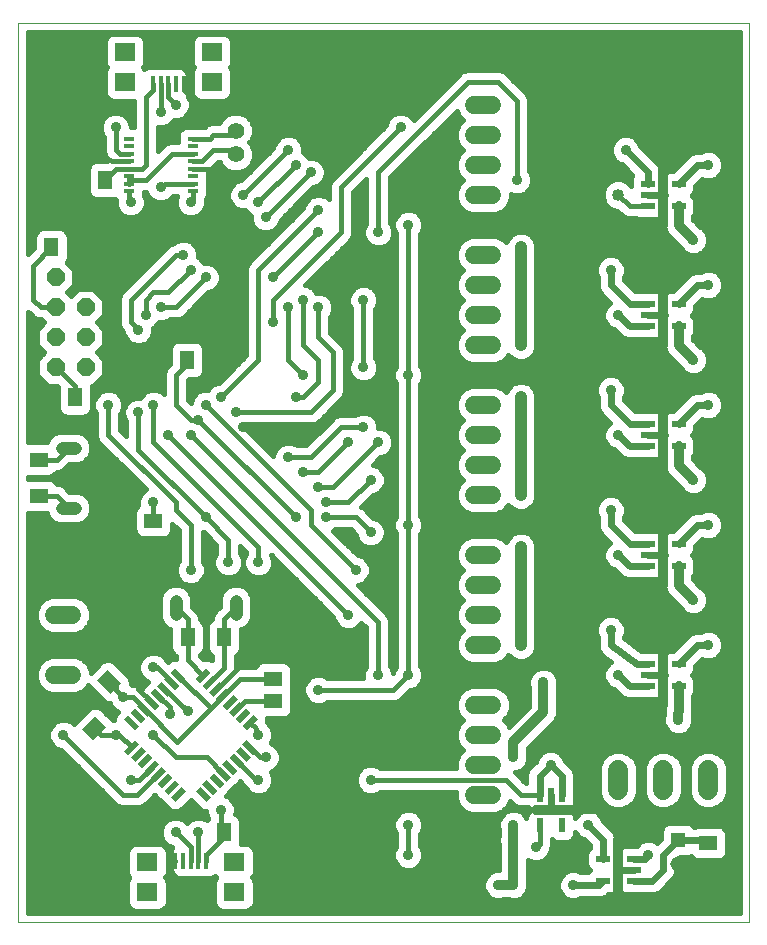
<source format=gbl>
G75*
%MOIN*%
%OFA0B0*%
%FSLAX25Y25*%
%IPPOS*%
%LPD*%
%AMOC8*
5,1,8,0,0,1.08239X$1,22.5*
%
%ADD10C,0.00000*%
%ADD11R,0.04724X0.02362*%
%ADD12R,0.05000X0.02100*%
%ADD13R,0.02100X0.05000*%
%ADD14R,0.05118X0.06299*%
%ADD15C,0.04400*%
%ADD16C,0.06000*%
%ADD17R,0.06299X0.05118*%
%ADD18R,0.05150X0.05150*%
%ADD19C,0.05150*%
%ADD20C,0.06600*%
%ADD21R,0.02362X0.04724*%
%ADD22R,0.03600X0.01600*%
%ADD23C,0.05600*%
%ADD24OC8,0.06000*%
%ADD25R,0.07087X0.05906*%
%ADD26R,0.01575X0.05512*%
%ADD27C,0.01600*%
%ADD28C,0.04000*%
%ADD29C,0.03562*%
%ADD30C,0.03200*%
%ADD31C,0.02400*%
%ADD32C,0.16598*%
%ADD33C,0.04000*%
D10*
X0001800Y0001800D02*
X0001800Y0301761D01*
X0245501Y0301761D01*
X0245501Y0001800D01*
X0001800Y0001800D01*
D11*
X0196658Y0015560D03*
X0196658Y0023040D03*
X0206942Y0023040D03*
X0206942Y0019300D03*
X0206942Y0015560D03*
X0211658Y0080560D03*
X0211658Y0084300D03*
X0211658Y0088040D03*
X0221942Y0088040D03*
X0221942Y0080560D03*
X0221942Y0120560D03*
X0221942Y0128040D03*
X0211658Y0128040D03*
X0211658Y0124300D03*
X0211658Y0120560D03*
X0211658Y0160560D03*
X0211658Y0164300D03*
X0211658Y0168040D03*
X0221942Y0168040D03*
X0221942Y0160560D03*
X0221942Y0200560D03*
X0221942Y0208040D03*
X0211658Y0208040D03*
X0211658Y0204300D03*
X0211658Y0200560D03*
X0211658Y0240560D03*
X0211658Y0244300D03*
X0211658Y0248040D03*
X0221942Y0248040D03*
X0221942Y0240560D03*
D12*
G36*
X0076535Y0067430D02*
X0080070Y0070965D01*
X0081555Y0069480D01*
X0078020Y0065945D01*
X0076535Y0067430D01*
G37*
G36*
X0074308Y0069657D02*
X0077843Y0073192D01*
X0079328Y0071707D01*
X0075793Y0068172D01*
X0074308Y0069657D01*
G37*
G36*
X0072081Y0071884D02*
X0075616Y0075419D01*
X0077101Y0073934D01*
X0073566Y0070399D01*
X0072081Y0071884D01*
G37*
G36*
X0069854Y0074112D02*
X0073389Y0077647D01*
X0074874Y0076162D01*
X0071339Y0072627D01*
X0069854Y0074112D01*
G37*
G36*
X0067627Y0076339D02*
X0071162Y0079874D01*
X0072647Y0078389D01*
X0069112Y0074854D01*
X0067627Y0076339D01*
G37*
G36*
X0065399Y0078566D02*
X0068934Y0082101D01*
X0070419Y0080616D01*
X0066884Y0077081D01*
X0065399Y0078566D01*
G37*
G36*
X0063172Y0080793D02*
X0066707Y0084328D01*
X0068192Y0082843D01*
X0064657Y0079308D01*
X0063172Y0080793D01*
G37*
G36*
X0060945Y0083020D02*
X0064480Y0086555D01*
X0065965Y0085070D01*
X0062430Y0081535D01*
X0060945Y0083020D01*
G37*
G36*
X0039272Y0056893D02*
X0042807Y0060428D01*
X0044292Y0058943D01*
X0040757Y0055408D01*
X0039272Y0056893D01*
G37*
G36*
X0037045Y0059120D02*
X0040580Y0062655D01*
X0042065Y0061170D01*
X0038530Y0057635D01*
X0037045Y0059120D01*
G37*
G36*
X0041499Y0054666D02*
X0045034Y0058201D01*
X0046519Y0056716D01*
X0042984Y0053181D01*
X0041499Y0054666D01*
G37*
G36*
X0043726Y0052438D02*
X0047261Y0055973D01*
X0048746Y0054488D01*
X0045211Y0050953D01*
X0043726Y0052438D01*
G37*
G36*
X0045953Y0050211D02*
X0049488Y0053746D01*
X0050973Y0052261D01*
X0047438Y0048726D01*
X0045953Y0050211D01*
G37*
G36*
X0048181Y0047984D02*
X0051716Y0051519D01*
X0053201Y0050034D01*
X0049666Y0046499D01*
X0048181Y0047984D01*
G37*
G36*
X0050408Y0045757D02*
X0053943Y0049292D01*
X0055428Y0047807D01*
X0051893Y0044272D01*
X0050408Y0045757D01*
G37*
G36*
X0052635Y0043530D02*
X0056170Y0047065D01*
X0057655Y0045580D01*
X0054120Y0042045D01*
X0052635Y0043530D01*
G37*
D13*
G36*
X0060945Y0045580D02*
X0062430Y0047065D01*
X0065965Y0043530D01*
X0064480Y0042045D01*
X0060945Y0045580D01*
G37*
G36*
X0063172Y0047807D02*
X0064657Y0049292D01*
X0068192Y0045757D01*
X0066707Y0044272D01*
X0063172Y0047807D01*
G37*
G36*
X0065399Y0050034D02*
X0066884Y0051519D01*
X0070419Y0047984D01*
X0068934Y0046499D01*
X0065399Y0050034D01*
G37*
G36*
X0067627Y0052261D02*
X0069112Y0053746D01*
X0072647Y0050211D01*
X0071162Y0048726D01*
X0067627Y0052261D01*
G37*
G36*
X0069854Y0054488D02*
X0071339Y0055973D01*
X0074874Y0052438D01*
X0073389Y0050953D01*
X0069854Y0054488D01*
G37*
G36*
X0072081Y0056716D02*
X0073566Y0058201D01*
X0077101Y0054666D01*
X0075616Y0053181D01*
X0072081Y0056716D01*
G37*
G36*
X0074308Y0058943D02*
X0075793Y0060428D01*
X0079328Y0056893D01*
X0077843Y0055408D01*
X0074308Y0058943D01*
G37*
G36*
X0076535Y0061170D02*
X0078020Y0062655D01*
X0081555Y0059120D01*
X0080070Y0057635D01*
X0076535Y0061170D01*
G37*
G36*
X0052635Y0085070D02*
X0054120Y0086555D01*
X0057655Y0083020D01*
X0056170Y0081535D01*
X0052635Y0085070D01*
G37*
G36*
X0050408Y0082843D02*
X0051893Y0084328D01*
X0055428Y0080793D01*
X0053943Y0079308D01*
X0050408Y0082843D01*
G37*
G36*
X0048181Y0080616D02*
X0049666Y0082101D01*
X0053201Y0078566D01*
X0051716Y0077081D01*
X0048181Y0080616D01*
G37*
G36*
X0045953Y0078389D02*
X0047438Y0079874D01*
X0050973Y0076339D01*
X0049488Y0074854D01*
X0045953Y0078389D01*
G37*
G36*
X0043726Y0076162D02*
X0045211Y0077647D01*
X0048746Y0074112D01*
X0047261Y0072627D01*
X0043726Y0076162D01*
G37*
G36*
X0041499Y0073934D02*
X0042984Y0075419D01*
X0046519Y0071884D01*
X0045034Y0070399D01*
X0041499Y0073934D01*
G37*
G36*
X0039272Y0071707D02*
X0040757Y0073192D01*
X0044292Y0069657D01*
X0042807Y0068172D01*
X0039272Y0071707D01*
G37*
G36*
X0037045Y0069480D02*
X0038530Y0070965D01*
X0042065Y0067430D01*
X0040580Y0065945D01*
X0037045Y0069480D01*
G37*
D14*
G36*
X0027501Y0070552D02*
X0031120Y0066933D01*
X0026667Y0062480D01*
X0023048Y0066099D01*
X0027501Y0070552D01*
G37*
G36*
X0030552Y0076099D02*
X0026933Y0072480D01*
X0022480Y0076933D01*
X0026099Y0080552D01*
X0030552Y0076099D01*
G37*
G36*
X0036120Y0081667D02*
X0032501Y0078048D01*
X0028048Y0082501D01*
X0031667Y0086120D01*
X0036120Y0081667D01*
G37*
G36*
X0021933Y0076120D02*
X0025552Y0072501D01*
X0021099Y0068048D01*
X0017480Y0071667D01*
X0021933Y0076120D01*
G37*
X0050363Y0096800D03*
X0058237Y0096800D03*
X0070363Y0096800D03*
X0078237Y0096800D03*
X0078237Y0031800D03*
X0070363Y0031800D03*
X0020737Y0176800D03*
X0012863Y0176800D03*
X0012863Y0226800D03*
X0020737Y0226800D03*
X0022863Y0249300D03*
X0030737Y0249300D03*
X0058060Y0189300D03*
X0065540Y0189300D03*
D15*
X0020768Y0160032D02*
X0016368Y0160032D01*
X0016368Y0140032D02*
X0020768Y0140032D01*
X0054300Y0109000D02*
X0054300Y0104600D01*
X0074300Y0104600D02*
X0074300Y0109000D01*
D16*
X0019800Y0104300D02*
X0013800Y0104300D01*
X0013800Y0094300D02*
X0019800Y0094300D01*
X0019800Y0084300D02*
X0013800Y0084300D01*
X0153800Y0074300D02*
X0159800Y0074300D01*
X0159800Y0064300D02*
X0153800Y0064300D01*
X0153800Y0054300D02*
X0159800Y0054300D01*
X0159800Y0044300D02*
X0153800Y0044300D01*
X0153800Y0094300D02*
X0159800Y0094300D01*
X0159800Y0104300D02*
X0153800Y0104300D01*
X0153800Y0114300D02*
X0159800Y0114300D01*
X0159800Y0124300D02*
X0153800Y0124300D01*
X0153800Y0144300D02*
X0159800Y0144300D01*
X0159800Y0154300D02*
X0153800Y0154300D01*
X0153800Y0164300D02*
X0159800Y0164300D01*
X0159800Y0174300D02*
X0153800Y0174300D01*
X0153800Y0194300D02*
X0159800Y0194300D01*
X0159800Y0204300D02*
X0153800Y0204300D01*
X0153800Y0214300D02*
X0159800Y0214300D01*
X0159800Y0224300D02*
X0153800Y0224300D01*
X0153800Y0244300D02*
X0159800Y0244300D01*
X0159800Y0254300D02*
X0153800Y0254300D01*
X0153800Y0264300D02*
X0159800Y0264300D01*
X0159800Y0274300D02*
X0153800Y0274300D01*
D17*
X0046800Y0135737D03*
X0046800Y0127863D03*
X0008568Y0136095D03*
X0008568Y0143969D03*
X0008568Y0156095D03*
X0008568Y0163969D03*
X0086800Y0083040D03*
X0086800Y0075560D03*
X0231800Y0028237D03*
X0231800Y0020363D03*
D18*
X0221800Y0029300D03*
D19*
X0221800Y0021426D03*
D20*
X0216800Y0046000D02*
X0216800Y0052600D01*
X0201800Y0052600D02*
X0201800Y0046000D01*
X0231800Y0046000D02*
X0231800Y0052600D01*
D21*
X0183040Y0044442D03*
X0179300Y0044442D03*
X0175560Y0044442D03*
X0175560Y0034158D03*
X0183040Y0034158D03*
D22*
X0060000Y0245550D03*
X0060000Y0248050D03*
X0060000Y0250550D03*
X0060000Y0253050D03*
X0060000Y0255550D03*
X0060000Y0258050D03*
X0060000Y0260550D03*
X0060000Y0263050D03*
X0038600Y0263050D03*
X0038600Y0260550D03*
X0038600Y0258050D03*
X0038600Y0255550D03*
X0038600Y0253050D03*
X0038600Y0250550D03*
X0038600Y0248050D03*
X0038600Y0245550D03*
D23*
X0074300Y0257863D03*
X0074300Y0265737D03*
D24*
X0024300Y0216800D03*
X0024300Y0206800D03*
X0024300Y0196800D03*
X0024300Y0186800D03*
X0014300Y0186800D03*
X0014300Y0196800D03*
X0014300Y0206800D03*
X0014300Y0216800D03*
D25*
X0037296Y0281800D03*
X0037296Y0291800D03*
X0066304Y0291800D03*
X0066304Y0291800D03*
X0066304Y0281800D03*
X0073804Y0021800D03*
X0073804Y0011800D03*
X0044796Y0011800D03*
X0044796Y0011800D03*
X0044796Y0021800D03*
D26*
X0054182Y0022430D03*
X0056741Y0022430D03*
X0059300Y0022430D03*
X0061859Y0022430D03*
X0064418Y0022430D03*
X0056918Y0281170D03*
X0054359Y0281170D03*
X0051800Y0281170D03*
X0049241Y0281170D03*
X0046682Y0281170D03*
D27*
X0046682Y0279182D01*
X0044300Y0276800D01*
X0044300Y0254300D01*
X0043050Y0253050D01*
X0038600Y0253050D01*
X0034487Y0253050D01*
X0030737Y0249300D01*
X0024978Y0248872D02*
X0005000Y0248872D01*
X0005000Y0247274D02*
X0024978Y0247274D01*
X0024978Y0245675D02*
X0005000Y0245675D01*
X0005000Y0244077D02*
X0025726Y0244077D01*
X0025465Y0244338D02*
X0026365Y0243438D01*
X0027541Y0242950D01*
X0033933Y0242950D01*
X0034060Y0243003D01*
X0034087Y0242937D01*
X0034319Y0242706D01*
X0034319Y0240809D01*
X0035077Y0238978D01*
X0036478Y0237577D01*
X0038309Y0236819D01*
X0040291Y0236819D01*
X0042122Y0237577D01*
X0043523Y0238978D01*
X0044281Y0240809D01*
X0044281Y0242791D01*
X0043600Y0244435D01*
X0043600Y0245300D01*
X0044530Y0245300D01*
X0045077Y0243978D01*
X0046478Y0242577D01*
X0048309Y0241819D01*
X0050291Y0241819D01*
X0052122Y0242577D01*
X0053523Y0243978D01*
X0053552Y0244050D01*
X0054840Y0244050D01*
X0054319Y0242791D01*
X0054319Y0240809D01*
X0055077Y0238978D01*
X0056478Y0237577D01*
X0058309Y0236819D01*
X0060291Y0236819D01*
X0062122Y0237577D01*
X0063523Y0238978D01*
X0064281Y0240809D01*
X0064281Y0242706D01*
X0064513Y0242937D01*
X0065000Y0244113D01*
X0065000Y0251987D01*
X0064985Y0252022D01*
X0065316Y0252159D01*
X0068457Y0255300D01*
X0068867Y0255300D01*
X0069213Y0254464D01*
X0070901Y0252776D01*
X0073107Y0251863D01*
X0075493Y0251863D01*
X0077699Y0252776D01*
X0079387Y0254464D01*
X0080300Y0256670D01*
X0080300Y0259056D01*
X0079387Y0261262D01*
X0078848Y0261800D01*
X0079387Y0262338D01*
X0080300Y0264544D01*
X0080300Y0266930D01*
X0079387Y0269136D01*
X0077699Y0270824D01*
X0075493Y0271737D01*
X0073107Y0271737D01*
X0070901Y0270824D01*
X0069213Y0269136D01*
X0068867Y0268300D01*
X0066004Y0268300D01*
X0064534Y0267691D01*
X0063893Y0267050D01*
X0057563Y0267050D01*
X0056387Y0266563D01*
X0055487Y0265663D01*
X0055000Y0264487D01*
X0055000Y0262050D01*
X0052254Y0262050D01*
X0050784Y0261441D01*
X0048300Y0258957D01*
X0048300Y0266823D01*
X0048309Y0266819D01*
X0050291Y0266819D01*
X0052122Y0267577D01*
X0053523Y0268978D01*
X0053664Y0269319D01*
X0055291Y0269319D01*
X0057122Y0270077D01*
X0058523Y0271478D01*
X0059281Y0273309D01*
X0059281Y0275291D01*
X0058523Y0277122D01*
X0058206Y0277438D01*
X0058346Y0277778D01*
X0058346Y0284563D01*
X0057859Y0285739D01*
X0056959Y0286639D01*
X0055783Y0287126D01*
X0045258Y0287126D01*
X0044082Y0286639D01*
X0043686Y0286243D01*
X0043552Y0286565D01*
X0043318Y0286800D01*
X0043552Y0287035D01*
X0044039Y0288211D01*
X0044039Y0295389D01*
X0043552Y0296565D01*
X0042652Y0297466D01*
X0041476Y0297953D01*
X0033116Y0297953D01*
X0031940Y0297466D01*
X0031040Y0296565D01*
X0030553Y0295389D01*
X0030553Y0288211D01*
X0031040Y0287035D01*
X0031275Y0286800D01*
X0031040Y0286565D01*
X0030553Y0285389D01*
X0030553Y0278211D01*
X0031040Y0277035D01*
X0031940Y0276134D01*
X0033116Y0275647D01*
X0040300Y0275647D01*
X0040300Y0267050D01*
X0039281Y0267050D01*
X0039281Y0267791D01*
X0038523Y0269622D01*
X0037122Y0271023D01*
X0035291Y0271781D01*
X0033309Y0271781D01*
X0031478Y0271023D01*
X0030077Y0269622D01*
X0029319Y0267791D01*
X0029319Y0265809D01*
X0030077Y0263978D01*
X0030300Y0263756D01*
X0030300Y0258504D01*
X0030909Y0257034D01*
X0031862Y0256081D01*
X0031430Y0255650D01*
X0027541Y0255650D01*
X0026365Y0255162D01*
X0025465Y0254262D01*
X0024978Y0253086D01*
X0024978Y0245514D01*
X0025465Y0244338D01*
X0021800Y0241800D02*
X0029300Y0229300D01*
X0064300Y0229300D01*
X0069300Y0234300D01*
X0069300Y0241800D01*
X0071819Y0243309D02*
X0072577Y0241478D01*
X0073978Y0240077D01*
X0075809Y0239319D01*
X0077436Y0239319D01*
X0077577Y0238978D01*
X0078978Y0237577D01*
X0079319Y0237436D01*
X0079319Y0235809D01*
X0080077Y0233978D01*
X0081478Y0232577D01*
X0083309Y0231819D01*
X0085291Y0231819D01*
X0087122Y0232577D01*
X0088523Y0233978D01*
X0089281Y0235809D01*
X0089281Y0236124D01*
X0099976Y0246819D01*
X0100291Y0246819D01*
X0102122Y0247577D01*
X0103523Y0248978D01*
X0104281Y0250809D01*
X0104281Y0252791D01*
X0103523Y0254622D01*
X0102122Y0256023D01*
X0100291Y0256781D01*
X0098664Y0256781D01*
X0098523Y0257122D01*
X0097122Y0258523D01*
X0096781Y0258664D01*
X0096781Y0260291D01*
X0096023Y0262122D01*
X0094622Y0263523D01*
X0092791Y0264281D01*
X0090809Y0264281D01*
X0088978Y0263523D01*
X0087577Y0262122D01*
X0086819Y0260291D01*
X0086819Y0259976D01*
X0076124Y0249281D01*
X0075809Y0249281D01*
X0073978Y0248523D01*
X0072577Y0247122D01*
X0071819Y0245291D01*
X0071819Y0243309D01*
X0071819Y0244077D02*
X0064985Y0244077D01*
X0065000Y0245675D02*
X0071978Y0245675D01*
X0072729Y0247274D02*
X0065000Y0247274D01*
X0065000Y0248872D02*
X0074822Y0248872D01*
X0077314Y0250471D02*
X0065000Y0250471D01*
X0065099Y0252069D02*
X0072609Y0252069D01*
X0070010Y0253668D02*
X0066825Y0253668D01*
X0065550Y0253050D02*
X0066800Y0251800D01*
X0065550Y0253050D02*
X0060000Y0253050D01*
X0060000Y0255550D02*
X0063050Y0255550D01*
X0066800Y0259300D01*
X0072863Y0259300D01*
X0074300Y0257863D01*
X0073237Y0256800D01*
X0075991Y0252069D02*
X0078912Y0252069D01*
X0078590Y0253668D02*
X0080511Y0253668D01*
X0079719Y0255266D02*
X0082109Y0255266D01*
X0083708Y0256865D02*
X0080300Y0256865D01*
X0080300Y0258463D02*
X0085306Y0258463D01*
X0086819Y0260062D02*
X0079884Y0260062D01*
X0078988Y0261660D02*
X0087386Y0261660D01*
X0088715Y0263259D02*
X0079768Y0263259D01*
X0080300Y0264857D02*
X0121700Y0264857D01*
X0120102Y0263259D02*
X0094885Y0263259D01*
X0096214Y0261660D02*
X0118503Y0261660D01*
X0116905Y0260062D02*
X0096781Y0260062D01*
X0097181Y0258463D02*
X0115306Y0258463D01*
X0113708Y0256865D02*
X0098629Y0256865D01*
X0102878Y0255266D02*
X0112109Y0255266D01*
X0110511Y0253668D02*
X0103918Y0253668D01*
X0104281Y0252069D02*
X0108912Y0252069D01*
X0107314Y0250471D02*
X0104141Y0250471D01*
X0103417Y0248872D02*
X0105829Y0248872D01*
X0105909Y0249066D02*
X0105300Y0247596D01*
X0105300Y0242844D01*
X0104622Y0243523D01*
X0102791Y0244281D01*
X0100809Y0244281D01*
X0098978Y0243523D01*
X0097577Y0242122D01*
X0096819Y0240291D01*
X0096819Y0239976D01*
X0079534Y0222691D01*
X0078409Y0221566D01*
X0077800Y0220096D01*
X0077800Y0190957D01*
X0068624Y0181781D01*
X0068309Y0181781D01*
X0066478Y0181023D01*
X0065077Y0179622D01*
X0064936Y0179281D01*
X0063309Y0179281D01*
X0061478Y0178523D01*
X0060077Y0177122D01*
X0059319Y0175291D01*
X0059319Y0174938D01*
X0058300Y0175957D01*
X0058300Y0182643D01*
X0058607Y0182950D01*
X0061255Y0182950D01*
X0062432Y0183438D01*
X0063332Y0184338D01*
X0063819Y0185514D01*
X0063819Y0193086D01*
X0063332Y0194262D01*
X0062432Y0195162D01*
X0061255Y0195650D01*
X0054864Y0195650D01*
X0053688Y0195162D01*
X0052788Y0194262D01*
X0052301Y0193086D01*
X0052301Y0187958D01*
X0052034Y0187691D01*
X0050909Y0186566D01*
X0050300Y0185096D01*
X0050300Y0177844D01*
X0049622Y0178523D01*
X0047791Y0179281D01*
X0045809Y0179281D01*
X0043978Y0178523D01*
X0042577Y0177122D01*
X0042436Y0176781D01*
X0040809Y0176781D01*
X0038978Y0176023D01*
X0037577Y0174622D01*
X0036819Y0172791D01*
X0036819Y0170809D01*
X0037577Y0168978D01*
X0037800Y0168756D01*
X0037800Y0163957D01*
X0035800Y0165957D01*
X0035800Y0171256D01*
X0036023Y0171478D01*
X0036781Y0173309D01*
X0036781Y0175291D01*
X0036023Y0177122D01*
X0034622Y0178523D01*
X0032791Y0179281D01*
X0030809Y0179281D01*
X0028978Y0178523D01*
X0027577Y0177122D01*
X0026819Y0175291D01*
X0026819Y0173309D01*
X0027577Y0171478D01*
X0027800Y0171256D01*
X0027800Y0163504D01*
X0028409Y0162034D01*
X0044291Y0146152D01*
X0043978Y0146023D01*
X0042577Y0144622D01*
X0041819Y0142791D01*
X0041819Y0140990D01*
X0040938Y0140109D01*
X0040450Y0138933D01*
X0040450Y0132541D01*
X0040938Y0131365D01*
X0041838Y0130465D01*
X0043014Y0129978D01*
X0050586Y0129978D01*
X0051762Y0130465D01*
X0052662Y0131365D01*
X0053150Y0132541D01*
X0053150Y0134794D01*
X0055300Y0132643D01*
X0055300Y0122344D01*
X0055077Y0122122D01*
X0054319Y0120291D01*
X0054319Y0118309D01*
X0055077Y0116478D01*
X0056478Y0115077D01*
X0058309Y0114319D01*
X0060291Y0114319D01*
X0062122Y0115077D01*
X0063523Y0116478D01*
X0064281Y0118309D01*
X0064281Y0120291D01*
X0063523Y0122122D01*
X0063300Y0122344D01*
X0063300Y0131823D01*
X0063309Y0131819D01*
X0063624Y0131819D01*
X0067800Y0127643D01*
X0067800Y0124844D01*
X0067577Y0124622D01*
X0066819Y0122791D01*
X0066819Y0120809D01*
X0067577Y0118978D01*
X0068978Y0117577D01*
X0070809Y0116819D01*
X0072791Y0116819D01*
X0074622Y0117577D01*
X0076023Y0118978D01*
X0076781Y0120809D01*
X0076781Y0122791D01*
X0076023Y0124622D01*
X0075800Y0124844D01*
X0075800Y0127143D01*
X0077800Y0125143D01*
X0077800Y0124844D01*
X0077577Y0124622D01*
X0076819Y0122791D01*
X0076819Y0120809D01*
X0077577Y0118978D01*
X0078978Y0117577D01*
X0080809Y0116819D01*
X0082791Y0116819D01*
X0084622Y0117577D01*
X0086023Y0118978D01*
X0086781Y0120809D01*
X0086781Y0122791D01*
X0086165Y0124278D01*
X0106819Y0103624D01*
X0106819Y0103309D01*
X0107577Y0101478D01*
X0108978Y0100077D01*
X0110809Y0099319D01*
X0112791Y0099319D01*
X0114622Y0100077D01*
X0116023Y0101478D01*
X0116152Y0101791D01*
X0117800Y0100143D01*
X0117800Y0087344D01*
X0117577Y0087122D01*
X0116819Y0085291D01*
X0116819Y0083309D01*
X0116823Y0083300D01*
X0104844Y0083300D01*
X0104622Y0083523D01*
X0102791Y0084281D01*
X0100809Y0084281D01*
X0098978Y0083523D01*
X0097577Y0082122D01*
X0096819Y0080291D01*
X0096819Y0078309D01*
X0097577Y0076478D01*
X0098978Y0075077D01*
X0100809Y0074319D01*
X0102791Y0074319D01*
X0104622Y0075077D01*
X0104844Y0075300D01*
X0127596Y0075300D01*
X0129066Y0075909D01*
X0130191Y0077034D01*
X0132476Y0079319D01*
X0132791Y0079319D01*
X0134622Y0080077D01*
X0136023Y0081478D01*
X0136781Y0083309D01*
X0136781Y0085291D01*
X0136023Y0087122D01*
X0135800Y0087344D01*
X0135800Y0131256D01*
X0136023Y0131478D01*
X0136781Y0133309D01*
X0136781Y0135291D01*
X0136023Y0137122D01*
X0135800Y0137344D01*
X0135800Y0181256D01*
X0136023Y0181478D01*
X0136781Y0183309D01*
X0136781Y0185291D01*
X0136023Y0187122D01*
X0135800Y0187344D01*
X0135800Y0231256D01*
X0136023Y0231478D01*
X0136781Y0233309D01*
X0136781Y0235291D01*
X0136023Y0237122D01*
X0134622Y0238523D01*
X0132791Y0239281D01*
X0130809Y0239281D01*
X0128978Y0238523D01*
X0127577Y0237122D01*
X0126819Y0235291D01*
X0126819Y0233309D01*
X0127577Y0231478D01*
X0127800Y0231256D01*
X0127800Y0187344D01*
X0127577Y0187122D01*
X0126819Y0185291D01*
X0126819Y0183309D01*
X0127577Y0181478D01*
X0127800Y0181256D01*
X0127800Y0137344D01*
X0127577Y0137122D01*
X0126819Y0135291D01*
X0126819Y0133309D01*
X0127577Y0131478D01*
X0127800Y0131256D01*
X0127800Y0087344D01*
X0127577Y0087122D01*
X0126819Y0085291D01*
X0126819Y0084976D01*
X0126781Y0084938D01*
X0126781Y0085291D01*
X0126023Y0087122D01*
X0125800Y0087344D01*
X0125800Y0102596D01*
X0125191Y0104066D01*
X0124066Y0105191D01*
X0114938Y0114319D01*
X0115291Y0114319D01*
X0117122Y0115077D01*
X0118523Y0116478D01*
X0119281Y0118309D01*
X0119281Y0120291D01*
X0118523Y0122122D01*
X0117122Y0123523D01*
X0115291Y0124281D01*
X0114976Y0124281D01*
X0106809Y0132448D01*
X0107122Y0132577D01*
X0107344Y0132800D01*
X0112643Y0132800D01*
X0114319Y0131124D01*
X0114319Y0130809D01*
X0115077Y0128978D01*
X0116478Y0127577D01*
X0118309Y0126819D01*
X0120291Y0126819D01*
X0122122Y0127577D01*
X0123523Y0128978D01*
X0124281Y0130809D01*
X0124281Y0132791D01*
X0123523Y0134622D01*
X0122122Y0136023D01*
X0120291Y0136781D01*
X0119976Y0136781D01*
X0116566Y0140191D01*
X0116058Y0140401D01*
X0119976Y0144319D01*
X0120291Y0144319D01*
X0122122Y0145077D01*
X0123523Y0146478D01*
X0124281Y0148309D01*
X0124281Y0150291D01*
X0123523Y0152122D01*
X0122122Y0153523D01*
X0120291Y0154281D01*
X0119938Y0154281D01*
X0122476Y0156819D01*
X0122791Y0156819D01*
X0124622Y0157577D01*
X0126023Y0158978D01*
X0126781Y0160809D01*
X0126781Y0162791D01*
X0126023Y0164622D01*
X0124622Y0166023D01*
X0122791Y0166781D01*
X0121781Y0166781D01*
X0121781Y0167791D01*
X0121023Y0169622D01*
X0119622Y0171023D01*
X0117791Y0171781D01*
X0115809Y0171781D01*
X0113978Y0171023D01*
X0113756Y0170800D01*
X0108504Y0170800D01*
X0107034Y0170191D01*
X0105909Y0169066D01*
X0097643Y0160800D01*
X0094844Y0160800D01*
X0094622Y0161023D01*
X0092791Y0161781D01*
X0090809Y0161781D01*
X0088978Y0161023D01*
X0087577Y0159622D01*
X0086819Y0157791D01*
X0086819Y0157438D01*
X0076809Y0167448D01*
X0077122Y0167577D01*
X0077344Y0167800D01*
X0100096Y0167800D01*
X0101566Y0168409D01*
X0109066Y0175909D01*
X0110191Y0177034D01*
X0110800Y0178504D01*
X0110800Y0192596D01*
X0110191Y0194066D01*
X0105800Y0198457D01*
X0105800Y0203756D01*
X0106023Y0203978D01*
X0106781Y0205809D01*
X0106781Y0207791D01*
X0106023Y0209622D01*
X0104622Y0211023D01*
X0102791Y0211781D01*
X0101164Y0211781D01*
X0101023Y0212122D01*
X0099622Y0213523D01*
X0097791Y0214281D01*
X0097438Y0214281D01*
X0111566Y0228409D01*
X0112691Y0229534D01*
X0113300Y0231004D01*
X0113300Y0245143D01*
X0117800Y0249643D01*
X0117800Y0234844D01*
X0117577Y0234622D01*
X0116819Y0232791D01*
X0116819Y0230809D01*
X0117577Y0228978D01*
X0118978Y0227577D01*
X0120809Y0226819D01*
X0122791Y0226819D01*
X0124622Y0227577D01*
X0126023Y0228978D01*
X0126781Y0230809D01*
X0126781Y0232791D01*
X0126023Y0234622D01*
X0125800Y0234844D01*
X0125800Y0250143D01*
X0147929Y0272272D01*
X0148544Y0270788D01*
X0150032Y0269300D01*
X0148544Y0267812D01*
X0147600Y0265533D01*
X0147600Y0263067D01*
X0148544Y0260788D01*
X0150032Y0259300D01*
X0148544Y0257812D01*
X0147600Y0255533D01*
X0147600Y0253067D01*
X0148544Y0250788D01*
X0150032Y0249300D01*
X0148544Y0247812D01*
X0147600Y0245533D01*
X0147600Y0243067D01*
X0148544Y0240788D01*
X0150288Y0239044D01*
X0152567Y0238100D01*
X0161033Y0238100D01*
X0163312Y0239044D01*
X0165056Y0240788D01*
X0166000Y0243067D01*
X0166000Y0244762D01*
X0167069Y0244319D01*
X0169051Y0244319D01*
X0170881Y0245077D01*
X0172283Y0246478D01*
X0173041Y0248309D01*
X0173041Y0250291D01*
X0172283Y0252122D01*
X0172060Y0252344D01*
X0172060Y0276336D01*
X0171451Y0277806D01*
X0170326Y0278931D01*
X0164066Y0285191D01*
X0162596Y0285800D01*
X0151004Y0285800D01*
X0149534Y0285191D01*
X0148409Y0284066D01*
X0133652Y0269309D01*
X0133523Y0269622D01*
X0132122Y0271023D01*
X0130291Y0271781D01*
X0128309Y0271781D01*
X0126478Y0271023D01*
X0125077Y0269622D01*
X0124319Y0267791D01*
X0124319Y0267476D01*
X0105909Y0249066D01*
X0105300Y0247274D02*
X0101389Y0247274D01*
X0098832Y0245675D02*
X0105300Y0245675D01*
X0105300Y0244077D02*
X0103284Y0244077D01*
X0100316Y0244077D02*
X0097234Y0244077D01*
X0097934Y0242478D02*
X0095635Y0242478D01*
X0097063Y0240880D02*
X0094037Y0240880D01*
X0092438Y0239281D02*
X0096124Y0239281D01*
X0094526Y0237683D02*
X0090840Y0237683D01*
X0089281Y0236084D02*
X0092927Y0236084D01*
X0091329Y0234486D02*
X0088733Y0234486D01*
X0089730Y0232887D02*
X0087431Y0232887D01*
X0088132Y0231289D02*
X0018331Y0231289D01*
X0018135Y0231762D02*
X0017235Y0232662D01*
X0016059Y0233150D01*
X0009667Y0233150D01*
X0008491Y0232662D01*
X0007591Y0231762D01*
X0007104Y0230586D01*
X0007104Y0226698D01*
X0005000Y0224594D01*
X0005000Y0298561D01*
X0242301Y0298561D01*
X0242301Y0005000D01*
X0005000Y0005000D01*
X0005000Y0138210D01*
X0011278Y0138210D01*
X0011790Y0136973D01*
X0013309Y0135454D01*
X0015294Y0134632D01*
X0021842Y0134632D01*
X0023827Y0135454D01*
X0025346Y0136973D01*
X0026168Y0138958D01*
X0026168Y0141106D01*
X0025346Y0143091D01*
X0023827Y0144610D01*
X0021842Y0145432D01*
X0018825Y0145432D01*
X0016897Y0147360D01*
X0016897Y0147360D01*
X0016897Y0147360D01*
X0016642Y0147466D01*
X0015426Y0147969D01*
X0014584Y0147969D01*
X0014430Y0148341D01*
X0013530Y0149241D01*
X0012354Y0149728D01*
X0005000Y0149728D01*
X0005000Y0150336D01*
X0012354Y0150336D01*
X0013530Y0150823D01*
X0014430Y0151724D01*
X0014584Y0152095D01*
X0015426Y0152095D01*
X0016662Y0152607D01*
X0016897Y0152704D01*
X0018022Y0153829D01*
X0018022Y0153829D01*
X0018825Y0154632D01*
X0021842Y0154632D01*
X0023827Y0155454D01*
X0025346Y0156973D01*
X0026168Y0158958D01*
X0026168Y0161106D01*
X0025346Y0163091D01*
X0023827Y0164610D01*
X0021842Y0165432D01*
X0015294Y0165432D01*
X0013309Y0164610D01*
X0011790Y0163091D01*
X0011278Y0161854D01*
X0005000Y0161854D01*
X0005000Y0205443D01*
X0005909Y0204534D01*
X0007034Y0203409D01*
X0008504Y0202800D01*
X0009532Y0202800D01*
X0010532Y0201800D01*
X0008100Y0199368D01*
X0008100Y0194232D01*
X0010532Y0191800D01*
X0008100Y0189368D01*
X0008100Y0184232D01*
X0011732Y0180600D01*
X0014843Y0180600D01*
X0014978Y0180465D01*
X0014978Y0173014D01*
X0015465Y0171838D01*
X0016365Y0170938D01*
X0017541Y0170450D01*
X0023933Y0170450D01*
X0025109Y0170938D01*
X0026009Y0171838D01*
X0026496Y0173014D01*
X0026496Y0180586D01*
X0026490Y0180600D01*
X0026868Y0180600D01*
X0030500Y0184232D01*
X0030500Y0189368D01*
X0028068Y0191800D01*
X0030500Y0194232D01*
X0030500Y0199368D01*
X0028068Y0201800D01*
X0030500Y0204232D01*
X0030500Y0209368D01*
X0026868Y0213000D01*
X0021732Y0213000D01*
X0019300Y0210568D01*
X0018068Y0211800D01*
X0020500Y0214232D01*
X0020500Y0219368D01*
X0018083Y0221785D01*
X0018135Y0221838D01*
X0018622Y0223014D01*
X0018622Y0230586D01*
X0018135Y0231762D01*
X0016692Y0232887D02*
X0081169Y0232887D01*
X0079867Y0234486D02*
X0005000Y0234486D01*
X0005000Y0236084D02*
X0079319Y0236084D01*
X0078873Y0237683D02*
X0062227Y0237683D01*
X0063648Y0239281D02*
X0077452Y0239281D01*
X0081800Y0241800D02*
X0094300Y0254300D01*
X0091800Y0259300D02*
X0076800Y0244300D01*
X0072163Y0242478D02*
X0064281Y0242478D01*
X0064281Y0240880D02*
X0073176Y0240880D01*
X0084300Y0236800D02*
X0099300Y0251800D01*
X0109300Y0246800D02*
X0129300Y0266800D01*
X0133491Y0269653D02*
X0133996Y0269653D01*
X0135595Y0271251D02*
X0131570Y0271251D01*
X0127030Y0271251D02*
X0076666Y0271251D01*
X0078869Y0269653D02*
X0125109Y0269653D01*
X0124428Y0268054D02*
X0079834Y0268054D01*
X0080300Y0266456D02*
X0123299Y0266456D01*
X0130923Y0255266D02*
X0147600Y0255266D01*
X0147600Y0253668D02*
X0129325Y0253668D01*
X0127726Y0252069D02*
X0148013Y0252069D01*
X0148861Y0250471D02*
X0126128Y0250471D01*
X0125800Y0248872D02*
X0149604Y0248872D01*
X0148321Y0247274D02*
X0125800Y0247274D01*
X0125800Y0245675D02*
X0147659Y0245675D01*
X0147600Y0244077D02*
X0125800Y0244077D01*
X0125800Y0242478D02*
X0147844Y0242478D01*
X0148506Y0240880D02*
X0125800Y0240880D01*
X0125800Y0239281D02*
X0150051Y0239281D01*
X0152567Y0230500D02*
X0150288Y0229556D01*
X0148544Y0227812D01*
X0147600Y0225533D01*
X0147600Y0223067D01*
X0148544Y0220788D01*
X0150032Y0219300D01*
X0148544Y0217812D01*
X0147600Y0215533D01*
X0147600Y0213067D01*
X0148544Y0210788D01*
X0150032Y0209300D01*
X0148544Y0207812D01*
X0147600Y0205533D01*
X0147600Y0203067D01*
X0148544Y0200788D01*
X0150032Y0199300D01*
X0148544Y0197812D01*
X0147600Y0195533D01*
X0147600Y0193067D01*
X0148544Y0190788D01*
X0150288Y0189044D01*
X0152567Y0188100D01*
X0161033Y0188100D01*
X0163312Y0189044D01*
X0165056Y0190788D01*
X0165174Y0191072D01*
X0166354Y0189892D01*
X0168266Y0189100D01*
X0170334Y0189100D01*
X0172246Y0189892D01*
X0173708Y0191354D01*
X0174500Y0193266D01*
X0174500Y0227834D01*
X0173708Y0229746D01*
X0172246Y0231208D01*
X0170334Y0232000D01*
X0168266Y0232000D01*
X0166354Y0231208D01*
X0164892Y0229746D01*
X0164373Y0228495D01*
X0163312Y0229556D01*
X0161033Y0230500D01*
X0152567Y0230500D01*
X0150612Y0229690D02*
X0135800Y0229690D01*
X0135800Y0228092D02*
X0148823Y0228092D01*
X0147998Y0226493D02*
X0135800Y0226493D01*
X0135800Y0224895D02*
X0147600Y0224895D01*
X0147600Y0223296D02*
X0135800Y0223296D01*
X0135800Y0221698D02*
X0148167Y0221698D01*
X0149233Y0220099D02*
X0135800Y0220099D01*
X0135800Y0218501D02*
X0149232Y0218501D01*
X0148167Y0216902D02*
X0135800Y0216902D01*
X0135800Y0215303D02*
X0147600Y0215303D01*
X0147600Y0213705D02*
X0135800Y0213705D01*
X0135800Y0212106D02*
X0147998Y0212106D01*
X0148824Y0210508D02*
X0135800Y0210508D01*
X0135800Y0208909D02*
X0149641Y0208909D01*
X0148336Y0207311D02*
X0135800Y0207311D01*
X0135800Y0205712D02*
X0147674Y0205712D01*
X0147600Y0204114D02*
X0135800Y0204114D01*
X0135800Y0202515D02*
X0147828Y0202515D01*
X0148490Y0200917D02*
X0135800Y0200917D01*
X0135800Y0199318D02*
X0150013Y0199318D01*
X0148506Y0197720D02*
X0135800Y0197720D01*
X0135800Y0196121D02*
X0147844Y0196121D01*
X0147600Y0194523D02*
X0135800Y0194523D01*
X0135800Y0192924D02*
X0147659Y0192924D01*
X0148321Y0191326D02*
X0135800Y0191326D01*
X0135800Y0189727D02*
X0149605Y0189727D01*
X0152497Y0188129D02*
X0135800Y0188129D01*
X0136268Y0186530D02*
X0222556Y0186530D01*
X0222577Y0186478D02*
X0223978Y0185077D01*
X0225809Y0184319D01*
X0227791Y0184319D01*
X0229622Y0185077D01*
X0231023Y0186478D01*
X0231781Y0188309D01*
X0231781Y0190291D01*
X0231023Y0192122D01*
X0229622Y0193523D01*
X0229184Y0193704D01*
X0226742Y0196146D01*
X0226742Y0197291D01*
X0227017Y0197566D01*
X0227504Y0198742D01*
X0227504Y0202377D01*
X0227017Y0203554D01*
X0226270Y0204300D01*
X0227017Y0205046D01*
X0227504Y0206223D01*
X0227504Y0207380D01*
X0229843Y0209719D01*
X0230809Y0209319D01*
X0232791Y0209319D01*
X0234622Y0210077D01*
X0236023Y0211478D01*
X0236781Y0213309D01*
X0236781Y0215291D01*
X0236023Y0217122D01*
X0234622Y0218523D01*
X0232791Y0219281D01*
X0230809Y0219281D01*
X0229406Y0218700D01*
X0227326Y0218700D01*
X0225709Y0218030D01*
X0220100Y0212421D01*
X0218943Y0212421D01*
X0217767Y0211934D01*
X0216867Y0211034D01*
X0216800Y0210873D01*
X0216733Y0211034D01*
X0215833Y0211934D01*
X0214657Y0212421D01*
X0212579Y0212421D01*
X0212533Y0212440D01*
X0207382Y0212440D01*
X0203700Y0216123D01*
X0203700Y0216906D01*
X0204281Y0218309D01*
X0204281Y0220291D01*
X0203523Y0222122D01*
X0202122Y0223523D01*
X0200291Y0224281D01*
X0198309Y0224281D01*
X0196478Y0223523D01*
X0195077Y0222122D01*
X0194319Y0220291D01*
X0194319Y0218309D01*
X0194900Y0216906D01*
X0194900Y0213425D01*
X0195570Y0211808D01*
X0196808Y0210570D01*
X0198917Y0208461D01*
X0197577Y0207122D01*
X0196819Y0205291D01*
X0196819Y0203309D01*
X0197577Y0201478D01*
X0198978Y0200077D01*
X0200381Y0199496D01*
X0203048Y0196830D01*
X0204665Y0196160D01*
X0212533Y0196160D01*
X0212579Y0196179D01*
X0214657Y0196179D01*
X0215833Y0196666D01*
X0216733Y0197566D01*
X0216800Y0197727D01*
X0216867Y0197566D01*
X0217142Y0197291D01*
X0217142Y0193203D01*
X0217872Y0191439D01*
X0222396Y0186916D01*
X0222577Y0186478D01*
X0221183Y0188129D02*
X0161103Y0188129D01*
X0163995Y0189727D02*
X0166751Y0189727D01*
X0171849Y0189727D02*
X0219584Y0189727D01*
X0217986Y0191326D02*
X0173680Y0191326D01*
X0174359Y0192924D02*
X0217257Y0192924D01*
X0217142Y0194523D02*
X0174500Y0194523D01*
X0174500Y0196121D02*
X0217142Y0196121D01*
X0216803Y0197720D02*
X0216797Y0197720D01*
X0216800Y0203393D02*
X0216733Y0203554D01*
X0215987Y0204300D01*
X0216733Y0205046D01*
X0216800Y0205207D01*
X0216867Y0205046D01*
X0217613Y0204300D01*
X0216867Y0203554D01*
X0216800Y0203393D01*
X0216173Y0204114D02*
X0217427Y0204114D01*
X0218183Y0212106D02*
X0215417Y0212106D01*
X0221384Y0213705D02*
X0206118Y0213705D01*
X0204519Y0215303D02*
X0222983Y0215303D01*
X0224581Y0216902D02*
X0203700Y0216902D01*
X0204281Y0218501D02*
X0226845Y0218501D01*
X0227791Y0224319D02*
X0225809Y0224319D01*
X0223978Y0225077D01*
X0222577Y0226478D01*
X0222396Y0226916D01*
X0219223Y0230089D01*
X0217872Y0231439D01*
X0217142Y0233203D01*
X0217142Y0237291D01*
X0216867Y0237566D01*
X0216800Y0237727D01*
X0216733Y0237566D01*
X0215833Y0236666D01*
X0214657Y0236179D01*
X0208660Y0236179D01*
X0207739Y0236560D01*
X0204745Y0236560D01*
X0203274Y0237169D01*
X0201343Y0239100D01*
X0200766Y0239100D01*
X0198854Y0239892D01*
X0197392Y0241354D01*
X0196600Y0243266D01*
X0196600Y0245334D01*
X0197392Y0247246D01*
X0198854Y0248708D01*
X0200766Y0249500D01*
X0202834Y0249500D01*
X0204746Y0248708D01*
X0206096Y0247358D01*
X0206096Y0249858D01*
X0206513Y0250864D01*
X0202881Y0254496D01*
X0201478Y0255077D01*
X0200077Y0256478D01*
X0199319Y0258309D01*
X0199319Y0260291D01*
X0200077Y0262122D01*
X0201478Y0263523D01*
X0203309Y0264281D01*
X0205291Y0264281D01*
X0207122Y0263523D01*
X0208523Y0262122D01*
X0209104Y0260719D01*
X0215388Y0254434D01*
X0216058Y0252817D01*
X0216058Y0251709D01*
X0216733Y0251034D01*
X0216800Y0250873D01*
X0216867Y0251034D01*
X0217767Y0251934D01*
X0218943Y0252421D01*
X0220100Y0252421D01*
X0224471Y0256792D01*
X0225709Y0258030D01*
X0227326Y0258700D01*
X0229406Y0258700D01*
X0230809Y0259281D01*
X0232791Y0259281D01*
X0234622Y0258523D01*
X0236023Y0257122D01*
X0236781Y0255291D01*
X0236781Y0253309D01*
X0236023Y0251478D01*
X0234622Y0250077D01*
X0232791Y0249319D01*
X0230809Y0249319D01*
X0229843Y0249719D01*
X0227504Y0247380D01*
X0227504Y0246223D01*
X0227017Y0245046D01*
X0226270Y0244300D01*
X0227017Y0243554D01*
X0227504Y0242377D01*
X0227504Y0238742D01*
X0227017Y0237566D01*
X0226742Y0237291D01*
X0226742Y0236146D01*
X0229184Y0233704D01*
X0229622Y0233523D01*
X0231023Y0232122D01*
X0231781Y0230291D01*
X0231781Y0228309D01*
X0231023Y0226478D01*
X0229622Y0225077D01*
X0227791Y0224319D01*
X0229181Y0224895D02*
X0242301Y0224895D01*
X0242301Y0226493D02*
X0231029Y0226493D01*
X0231691Y0228092D02*
X0242301Y0228092D01*
X0242301Y0229690D02*
X0231781Y0229690D01*
X0231368Y0231289D02*
X0242301Y0231289D01*
X0242301Y0232887D02*
X0230257Y0232887D01*
X0228403Y0234486D02*
X0242301Y0234486D01*
X0242301Y0236084D02*
X0226804Y0236084D01*
X0227065Y0237683D02*
X0242301Y0237683D01*
X0242301Y0239281D02*
X0227504Y0239281D01*
X0227504Y0240880D02*
X0242301Y0240880D01*
X0242301Y0242478D02*
X0227462Y0242478D01*
X0226494Y0244077D02*
X0242301Y0244077D01*
X0242301Y0245675D02*
X0227277Y0245675D01*
X0227504Y0247274D02*
X0242301Y0247274D01*
X0242301Y0248872D02*
X0228996Y0248872D01*
X0235015Y0250471D02*
X0242301Y0250471D01*
X0242301Y0252069D02*
X0236267Y0252069D01*
X0236781Y0253668D02*
X0242301Y0253668D01*
X0242301Y0255266D02*
X0236781Y0255266D01*
X0236129Y0256865D02*
X0242301Y0256865D01*
X0242301Y0258463D02*
X0234681Y0258463D01*
X0242301Y0260062D02*
X0209761Y0260062D01*
X0208714Y0261660D02*
X0242301Y0261660D01*
X0242301Y0263259D02*
X0207385Y0263259D01*
X0211359Y0258463D02*
X0226755Y0258463D01*
X0224544Y0256865D02*
X0212958Y0256865D01*
X0214556Y0255266D02*
X0222945Y0255266D01*
X0221347Y0253668D02*
X0215706Y0253668D01*
X0216058Y0252069D02*
X0218093Y0252069D01*
X0216800Y0245207D02*
X0216867Y0245046D01*
X0217613Y0244300D01*
X0216867Y0243554D01*
X0216800Y0243393D01*
X0216733Y0243554D01*
X0215987Y0244300D01*
X0216733Y0245046D01*
X0216800Y0245207D01*
X0216210Y0244077D02*
X0217390Y0244077D01*
X0216818Y0237683D02*
X0216782Y0237683D01*
X0217142Y0236084D02*
X0136452Y0236084D01*
X0136781Y0234486D02*
X0217142Y0234486D01*
X0217273Y0232887D02*
X0136606Y0232887D01*
X0135833Y0231289D02*
X0166548Y0231289D01*
X0164869Y0229690D02*
X0162988Y0229690D01*
X0163549Y0239281D02*
X0200328Y0239281D01*
X0202760Y0237683D02*
X0135462Y0237683D01*
X0131800Y0234300D02*
X0131800Y0184300D01*
X0131800Y0134300D01*
X0131800Y0084300D01*
X0126800Y0079300D01*
X0101800Y0079300D01*
X0097124Y0081029D02*
X0093150Y0081029D01*
X0093150Y0079845D02*
X0093150Y0086236D01*
X0092662Y0087412D01*
X0091762Y0088312D01*
X0090586Y0088799D01*
X0083014Y0088799D01*
X0081838Y0088312D01*
X0080938Y0087412D01*
X0080784Y0087040D01*
X0075017Y0087040D01*
X0074363Y0086769D01*
X0074363Y0090784D01*
X0074735Y0090938D01*
X0075635Y0091838D01*
X0076122Y0093014D01*
X0076122Y0099510D01*
X0077359Y0100022D01*
X0078878Y0101541D01*
X0079700Y0103526D01*
X0079700Y0110074D01*
X0078878Y0112059D01*
X0077359Y0113578D01*
X0075374Y0114400D01*
X0073226Y0114400D01*
X0071241Y0113578D01*
X0069722Y0112059D01*
X0068900Y0110074D01*
X0068900Y0107057D01*
X0068097Y0106254D01*
X0066972Y0105129D01*
X0066972Y0105129D01*
X0066875Y0104894D01*
X0066363Y0103659D01*
X0066363Y0102816D01*
X0065991Y0102662D01*
X0065091Y0101762D01*
X0064604Y0100586D01*
X0064604Y0093014D01*
X0065091Y0091838D01*
X0065991Y0090938D01*
X0066363Y0090784D01*
X0066363Y0089198D01*
X0066293Y0089268D01*
X0065117Y0089755D01*
X0063844Y0089755D01*
X0063531Y0089626D01*
X0062333Y0090824D01*
X0062609Y0090938D01*
X0063509Y0091838D01*
X0063996Y0093014D01*
X0063996Y0100586D01*
X0063509Y0101762D01*
X0062609Y0102662D01*
X0062237Y0102816D01*
X0062237Y0103659D01*
X0061992Y0104250D01*
X0061628Y0105129D01*
X0060503Y0106254D01*
X0060503Y0106254D01*
X0059700Y0107057D01*
X0059700Y0110074D01*
X0058878Y0112059D01*
X0057359Y0113578D01*
X0055374Y0114400D01*
X0053226Y0114400D01*
X0051241Y0113578D01*
X0049722Y0112059D01*
X0048900Y0110074D01*
X0048900Y0103526D01*
X0049722Y0101541D01*
X0051241Y0100022D01*
X0052478Y0099510D01*
X0052478Y0093014D01*
X0052965Y0091838D01*
X0053865Y0090938D01*
X0054237Y0090784D01*
X0054237Y0089755D01*
X0053483Y0089755D01*
X0052307Y0089268D01*
X0051716Y0088677D01*
X0051327Y0089066D01*
X0051201Y0089191D01*
X0051023Y0089622D01*
X0049622Y0091023D01*
X0047791Y0091781D01*
X0045809Y0091781D01*
X0043978Y0091023D01*
X0042577Y0089622D01*
X0041819Y0087791D01*
X0041819Y0085809D01*
X0042577Y0083978D01*
X0043978Y0082577D01*
X0045136Y0082098D01*
X0043240Y0080202D01*
X0042987Y0079589D01*
X0042384Y0080191D01*
X0041506Y0080555D01*
X0040914Y0080800D01*
X0039844Y0080800D01*
X0039622Y0081023D01*
X0039321Y0081147D01*
X0039321Y0082303D01*
X0038833Y0083479D01*
X0033479Y0088833D01*
X0032303Y0089320D01*
X0031030Y0089320D01*
X0029854Y0088833D01*
X0026000Y0084980D01*
X0026000Y0085533D01*
X0025056Y0087812D01*
X0023312Y0089556D01*
X0021033Y0090500D01*
X0012567Y0090500D01*
X0010288Y0089556D01*
X0008544Y0087812D01*
X0007600Y0085533D01*
X0007600Y0083067D01*
X0008544Y0080788D01*
X0010288Y0079044D01*
X0012567Y0078100D01*
X0021033Y0078100D01*
X0023312Y0079044D01*
X0025056Y0080788D01*
X0025175Y0081074D01*
X0025334Y0080689D01*
X0030689Y0075334D01*
X0031865Y0074847D01*
X0032217Y0074847D01*
X0032577Y0073978D01*
X0033978Y0072577D01*
X0035136Y0072098D01*
X0034332Y0071293D01*
X0033845Y0070117D01*
X0033845Y0069281D01*
X0033309Y0069281D01*
X0033302Y0069278D01*
X0029314Y0073266D01*
X0028138Y0073753D01*
X0026865Y0073753D01*
X0025689Y0073266D01*
X0020334Y0067911D01*
X0020305Y0067840D01*
X0019622Y0068523D01*
X0017791Y0069281D01*
X0015809Y0069281D01*
X0013978Y0068523D01*
X0012577Y0067122D01*
X0011819Y0065291D01*
X0011819Y0063309D01*
X0012577Y0061478D01*
X0013978Y0060077D01*
X0015809Y0059319D01*
X0016124Y0059319D01*
X0034534Y0040909D01*
X0036004Y0040300D01*
X0042323Y0040300D01*
X0043793Y0040909D01*
X0044918Y0042034D01*
X0047261Y0044377D01*
X0047853Y0043786D01*
X0050080Y0041559D01*
X0052307Y0039332D01*
X0053483Y0038845D01*
X0054756Y0038845D01*
X0055932Y0039332D01*
X0059300Y0042700D01*
X0062668Y0039332D01*
X0063844Y0038845D01*
X0064319Y0038845D01*
X0064319Y0038309D01*
X0065025Y0036604D01*
X0064737Y0035907D01*
X0064622Y0036023D01*
X0062791Y0036781D01*
X0060809Y0036781D01*
X0058978Y0036023D01*
X0058050Y0035094D01*
X0057122Y0036023D01*
X0055291Y0036781D01*
X0053309Y0036781D01*
X0051478Y0036023D01*
X0050077Y0034622D01*
X0049319Y0032791D01*
X0049319Y0030809D01*
X0050077Y0028978D01*
X0051478Y0027577D01*
X0053187Y0026869D01*
X0052754Y0025822D01*
X0052754Y0019037D01*
X0053241Y0017861D01*
X0054141Y0016961D01*
X0055317Y0016474D01*
X0065842Y0016474D01*
X0067018Y0016961D01*
X0067414Y0017357D01*
X0067548Y0017035D01*
X0067782Y0016800D01*
X0067548Y0016565D01*
X0067061Y0015389D01*
X0067061Y0008211D01*
X0067548Y0007035D01*
X0068448Y0006134D01*
X0069624Y0005647D01*
X0077984Y0005647D01*
X0079160Y0006134D01*
X0080060Y0007035D01*
X0080547Y0008211D01*
X0080547Y0015389D01*
X0080060Y0016565D01*
X0079825Y0016800D01*
X0080060Y0017035D01*
X0080547Y0018211D01*
X0080547Y0025389D01*
X0080060Y0026565D01*
X0079160Y0027466D01*
X0077984Y0027953D01*
X0076097Y0027953D01*
X0076122Y0028014D01*
X0076122Y0035586D01*
X0075635Y0036762D01*
X0074735Y0037662D01*
X0074119Y0037918D01*
X0074281Y0038309D01*
X0074281Y0040291D01*
X0073523Y0042122D01*
X0072122Y0043523D01*
X0070964Y0044002D01*
X0073132Y0046171D01*
X0075360Y0048398D01*
X0075793Y0048832D01*
X0077175Y0047449D01*
X0077577Y0046478D01*
X0078978Y0045077D01*
X0080809Y0044319D01*
X0082791Y0044319D01*
X0084622Y0045077D01*
X0086023Y0046478D01*
X0086781Y0048309D01*
X0086781Y0050291D01*
X0086023Y0052122D01*
X0086022Y0052122D01*
X0087122Y0052577D01*
X0088523Y0053978D01*
X0089281Y0055809D01*
X0089281Y0057791D01*
X0088523Y0059622D01*
X0087122Y0061023D01*
X0086022Y0061478D01*
X0086023Y0061478D01*
X0086781Y0063309D01*
X0086781Y0065291D01*
X0086023Y0067122D01*
X0084622Y0068522D01*
X0084755Y0068844D01*
X0084755Y0069801D01*
X0090586Y0069801D01*
X0091762Y0070288D01*
X0092662Y0071188D01*
X0093150Y0072364D01*
X0093150Y0078755D01*
X0092924Y0079300D01*
X0093150Y0079845D01*
X0092978Y0079430D02*
X0096819Y0079430D01*
X0097017Y0077832D02*
X0093150Y0077832D01*
X0093150Y0076233D02*
X0097823Y0076233D01*
X0100047Y0074634D02*
X0093150Y0074634D01*
X0093150Y0073036D02*
X0147613Y0073036D01*
X0147600Y0073067D02*
X0148544Y0070788D01*
X0150032Y0069300D01*
X0148544Y0067812D01*
X0147600Y0065533D01*
X0147600Y0063067D01*
X0148544Y0060788D01*
X0150032Y0059300D01*
X0148544Y0057812D01*
X0147600Y0055533D01*
X0147600Y0053300D01*
X0122344Y0053300D01*
X0122122Y0053523D01*
X0120291Y0054281D01*
X0118309Y0054281D01*
X0116478Y0053523D01*
X0115077Y0052122D01*
X0114319Y0050291D01*
X0114319Y0048309D01*
X0115077Y0046478D01*
X0116478Y0045077D01*
X0118309Y0044319D01*
X0120291Y0044319D01*
X0122122Y0045077D01*
X0122344Y0045300D01*
X0147600Y0045300D01*
X0147600Y0043067D01*
X0148544Y0040788D01*
X0150288Y0039044D01*
X0152567Y0038100D01*
X0161033Y0038100D01*
X0163312Y0039044D01*
X0165056Y0040788D01*
X0165671Y0042272D01*
X0165909Y0042034D01*
X0167034Y0040909D01*
X0168504Y0040300D01*
X0171652Y0040300D01*
X0171666Y0040267D01*
X0172566Y0039367D01*
X0172727Y0039300D01*
X0172566Y0039233D01*
X0171666Y0038333D01*
X0171179Y0037157D01*
X0171179Y0036745D01*
X0171023Y0037122D01*
X0169622Y0038523D01*
X0167791Y0039281D01*
X0165809Y0039281D01*
X0163978Y0038523D01*
X0162577Y0037122D01*
X0161819Y0035291D01*
X0161819Y0033309D01*
X0162000Y0032872D01*
X0162000Y0030728D01*
X0161819Y0030291D01*
X0161819Y0028309D01*
X0162000Y0027872D01*
X0162000Y0019281D01*
X0160809Y0019281D01*
X0158978Y0018523D01*
X0157577Y0017122D01*
X0156819Y0015291D01*
X0156819Y0013309D01*
X0157577Y0011478D01*
X0158978Y0010077D01*
X0160809Y0009319D01*
X0162791Y0009319D01*
X0163228Y0009500D01*
X0165372Y0009500D01*
X0165809Y0009319D01*
X0167791Y0009319D01*
X0169622Y0010077D01*
X0171023Y0011478D01*
X0171781Y0013309D01*
X0171781Y0015291D01*
X0171600Y0015728D01*
X0171600Y0022527D01*
X0173309Y0021819D01*
X0175291Y0021819D01*
X0177122Y0022577D01*
X0178523Y0023978D01*
X0179281Y0025809D01*
X0179281Y0026570D01*
X0179553Y0027213D01*
X0179554Y0027229D01*
X0179560Y0027245D01*
X0179560Y0028025D01*
X0179566Y0028804D01*
X0179560Y0028819D01*
X0179560Y0029570D01*
X0180046Y0029083D01*
X0181223Y0028596D01*
X0184858Y0028596D01*
X0186034Y0029083D01*
X0186934Y0029983D01*
X0187421Y0031160D01*
X0187421Y0031855D01*
X0187577Y0031478D01*
X0188978Y0030077D01*
X0190381Y0029496D01*
X0192258Y0027619D01*
X0192258Y0026709D01*
X0191583Y0026034D01*
X0191096Y0024858D01*
X0191096Y0021223D01*
X0191583Y0020046D01*
X0192330Y0019300D01*
X0191730Y0018700D01*
X0189194Y0018700D01*
X0187791Y0019281D01*
X0185809Y0019281D01*
X0183978Y0018523D01*
X0182577Y0017122D01*
X0181819Y0015291D01*
X0181819Y0013309D01*
X0182577Y0011478D01*
X0183978Y0010077D01*
X0185809Y0009319D01*
X0187791Y0009319D01*
X0189194Y0009900D01*
X0196274Y0009900D01*
X0197891Y0010570D01*
X0198500Y0011179D01*
X0199657Y0011179D01*
X0200833Y0011666D01*
X0201733Y0012566D01*
X0201800Y0012727D01*
X0201867Y0012566D01*
X0202767Y0011666D01*
X0203943Y0011179D01*
X0206021Y0011179D01*
X0206067Y0011160D01*
X0213935Y0011160D01*
X0215552Y0011830D01*
X0220530Y0016808D01*
X0221200Y0018425D01*
X0221200Y0022477D01*
X0222248Y0023525D01*
X0225011Y0023525D01*
X0225922Y0023902D01*
X0225938Y0023865D01*
X0226838Y0022965D01*
X0228014Y0022478D01*
X0235586Y0022478D01*
X0236762Y0022965D01*
X0237662Y0023865D01*
X0238150Y0025041D01*
X0238150Y0031433D01*
X0237662Y0032609D01*
X0236762Y0033509D01*
X0235586Y0033996D01*
X0228014Y0033996D01*
X0227299Y0033700D01*
X0227075Y0033700D01*
X0226187Y0034588D01*
X0225011Y0035075D01*
X0218589Y0035075D01*
X0217413Y0034588D01*
X0216512Y0033687D01*
X0216025Y0032511D01*
X0216025Y0029748D01*
X0214711Y0028433D01*
X0214622Y0028523D01*
X0212791Y0029281D01*
X0210809Y0029281D01*
X0208978Y0028523D01*
X0207896Y0027440D01*
X0206067Y0027440D01*
X0206021Y0027421D01*
X0203943Y0027421D01*
X0202767Y0026934D01*
X0201867Y0026034D01*
X0201800Y0025873D01*
X0201733Y0026034D01*
X0201058Y0026709D01*
X0201058Y0030317D01*
X0200388Y0031934D01*
X0196604Y0035719D01*
X0196023Y0037122D01*
X0194622Y0038523D01*
X0192791Y0039281D01*
X0190809Y0039281D01*
X0188978Y0038523D01*
X0187577Y0037122D01*
X0187421Y0036745D01*
X0187421Y0037157D01*
X0186934Y0038333D01*
X0186034Y0039233D01*
X0185873Y0039300D01*
X0186034Y0039367D01*
X0186934Y0040267D01*
X0187421Y0041443D01*
X0187421Y0043521D01*
X0187440Y0043567D01*
X0187440Y0051435D01*
X0186770Y0053052D01*
X0184104Y0055719D01*
X0183523Y0057122D01*
X0182122Y0058523D01*
X0180291Y0059281D01*
X0178309Y0059281D01*
X0176478Y0058523D01*
X0175077Y0057122D01*
X0174496Y0055719D01*
X0171830Y0053052D01*
X0171160Y0051435D01*
X0171160Y0048300D01*
X0170957Y0048300D01*
X0167691Y0051566D01*
X0167438Y0051819D01*
X0167791Y0051819D01*
X0169622Y0052577D01*
X0171023Y0053978D01*
X0171781Y0055809D01*
X0171781Y0057791D01*
X0171600Y0058228D01*
X0171600Y0059812D01*
X0179519Y0067731D01*
X0180869Y0069081D01*
X0181600Y0070845D01*
X0181600Y0080372D01*
X0181781Y0080809D01*
X0181781Y0082791D01*
X0181023Y0084622D01*
X0179622Y0086023D01*
X0177791Y0086781D01*
X0175809Y0086781D01*
X0173978Y0086023D01*
X0172577Y0084622D01*
X0171819Y0082791D01*
X0171819Y0080809D01*
X0172000Y0080372D01*
X0172000Y0073788D01*
X0165340Y0067128D01*
X0165056Y0067812D01*
X0163568Y0069300D01*
X0165056Y0070788D01*
X0166000Y0073067D01*
X0166000Y0075533D01*
X0165056Y0077812D01*
X0163312Y0079556D01*
X0161033Y0080500D01*
X0152567Y0080500D01*
X0150288Y0079556D01*
X0148544Y0077812D01*
X0147600Y0075533D01*
X0147600Y0073067D01*
X0147600Y0074634D02*
X0103553Y0074634D01*
X0102925Y0084226D02*
X0116819Y0084226D01*
X0117040Y0085824D02*
X0093150Y0085824D01*
X0093150Y0084226D02*
X0100675Y0084226D01*
X0098083Y0082627D02*
X0093150Y0082627D01*
X0092652Y0087423D02*
X0117800Y0087423D01*
X0117800Y0089021D02*
X0074363Y0089021D01*
X0074363Y0087423D02*
X0080948Y0087423D01*
X0078237Y0089918D02*
X0078237Y0096800D01*
X0076122Y0097014D02*
X0117800Y0097014D01*
X0117800Y0098612D02*
X0076122Y0098612D01*
X0077547Y0100211D02*
X0108845Y0100211D01*
X0107440Y0101809D02*
X0078989Y0101809D01*
X0079651Y0103408D02*
X0106819Y0103408D01*
X0105437Y0105006D02*
X0079700Y0105006D01*
X0079700Y0106605D02*
X0103838Y0106605D01*
X0102240Y0108203D02*
X0079700Y0108203D01*
X0079700Y0109802D02*
X0100641Y0109802D01*
X0099043Y0111400D02*
X0079151Y0111400D01*
X0077938Y0112999D02*
X0097444Y0112999D01*
X0095846Y0114597D02*
X0060963Y0114597D01*
X0063240Y0116196D02*
X0094247Y0116196D01*
X0092649Y0117794D02*
X0084839Y0117794D01*
X0086194Y0119393D02*
X0091050Y0119393D01*
X0089452Y0120991D02*
X0086781Y0120991D01*
X0086781Y0122590D02*
X0087853Y0122590D01*
X0086255Y0124188D02*
X0086202Y0124188D01*
X0081800Y0121800D02*
X0081800Y0126800D01*
X0046800Y0161800D01*
X0046800Y0174300D01*
X0042502Y0176939D02*
X0036098Y0176939D01*
X0036760Y0175341D02*
X0038296Y0175341D01*
X0037213Y0173742D02*
X0036781Y0173742D01*
X0036819Y0172144D02*
X0036298Y0172144D01*
X0035800Y0170545D02*
X0036928Y0170545D01*
X0037609Y0168947D02*
X0035800Y0168947D01*
X0035800Y0167348D02*
X0037800Y0167348D01*
X0037800Y0165750D02*
X0036007Y0165750D01*
X0037606Y0164151D02*
X0037800Y0164151D01*
X0041800Y0159300D02*
X0064300Y0136800D01*
X0071800Y0129300D01*
X0071800Y0121800D01*
X0067398Y0124188D02*
X0063300Y0124188D01*
X0063300Y0122590D02*
X0066819Y0122590D01*
X0066819Y0120991D02*
X0063991Y0120991D01*
X0064281Y0119393D02*
X0067406Y0119393D01*
X0068761Y0117794D02*
X0064068Y0117794D01*
X0059300Y0119300D02*
X0059300Y0134300D01*
X0054300Y0139300D01*
X0054300Y0141800D01*
X0031800Y0164300D01*
X0031800Y0174300D01*
X0027502Y0176939D02*
X0026496Y0176939D01*
X0026496Y0175341D02*
X0026840Y0175341D01*
X0026819Y0173742D02*
X0026496Y0173742D01*
X0026136Y0172144D02*
X0027302Y0172144D01*
X0027800Y0170545D02*
X0024161Y0170545D01*
X0027800Y0168947D02*
X0005000Y0168947D01*
X0005000Y0170545D02*
X0017313Y0170545D01*
X0015338Y0172144D02*
X0005000Y0172144D01*
X0005000Y0173742D02*
X0014978Y0173742D01*
X0014978Y0175341D02*
X0005000Y0175341D01*
X0005000Y0176939D02*
X0014978Y0176939D01*
X0014978Y0178538D02*
X0005000Y0178538D01*
X0005000Y0180136D02*
X0014978Y0180136D01*
X0010597Y0181735D02*
X0005000Y0181735D01*
X0005000Y0183333D02*
X0008999Y0183333D01*
X0008100Y0184932D02*
X0005000Y0184932D01*
X0005000Y0186530D02*
X0008100Y0186530D01*
X0008100Y0188129D02*
X0005000Y0188129D01*
X0005000Y0189727D02*
X0008459Y0189727D01*
X0010058Y0191326D02*
X0005000Y0191326D01*
X0005000Y0192924D02*
X0009408Y0192924D01*
X0008100Y0194523D02*
X0005000Y0194523D01*
X0005000Y0196121D02*
X0008100Y0196121D01*
X0008100Y0197720D02*
X0005000Y0197720D01*
X0005000Y0199318D02*
X0008100Y0199318D01*
X0009649Y0200917D02*
X0005000Y0200917D01*
X0005000Y0202515D02*
X0009816Y0202515D01*
X0006329Y0204114D02*
X0005000Y0204114D01*
X0009300Y0206800D02*
X0006800Y0209300D01*
X0006800Y0220737D01*
X0012863Y0226800D01*
X0018622Y0226493D02*
X0050836Y0226493D01*
X0050909Y0226566D02*
X0035909Y0211566D01*
X0035300Y0210096D01*
X0035300Y0201004D01*
X0035909Y0199534D01*
X0036819Y0198624D01*
X0036819Y0198309D01*
X0037577Y0196478D01*
X0038978Y0195077D01*
X0040809Y0194319D01*
X0042791Y0194319D01*
X0044622Y0195077D01*
X0046023Y0196478D01*
X0046781Y0198309D01*
X0046781Y0199936D01*
X0047122Y0200077D01*
X0048523Y0201478D01*
X0048664Y0201819D01*
X0050291Y0201819D01*
X0052122Y0202577D01*
X0052344Y0202800D01*
X0055096Y0202800D01*
X0056566Y0203409D01*
X0064976Y0211819D01*
X0065291Y0211819D01*
X0067122Y0212577D01*
X0068523Y0213978D01*
X0069281Y0215809D01*
X0069281Y0217791D01*
X0068523Y0219622D01*
X0067122Y0221023D01*
X0065291Y0221781D01*
X0063664Y0221781D01*
X0063523Y0222122D01*
X0062122Y0223523D01*
X0061781Y0223664D01*
X0061781Y0225291D01*
X0061023Y0227122D01*
X0059622Y0228523D01*
X0057791Y0229281D01*
X0055809Y0229281D01*
X0053978Y0228523D01*
X0053756Y0228300D01*
X0053504Y0228300D01*
X0052034Y0227691D01*
X0050909Y0226566D01*
X0049238Y0224895D02*
X0018622Y0224895D01*
X0018622Y0223296D02*
X0047639Y0223296D01*
X0046041Y0221698D02*
X0018171Y0221698D01*
X0019769Y0220099D02*
X0044442Y0220099D01*
X0042844Y0218501D02*
X0020500Y0218501D01*
X0020500Y0216902D02*
X0041245Y0216902D01*
X0039647Y0215303D02*
X0020500Y0215303D01*
X0019973Y0213705D02*
X0038048Y0213705D01*
X0036450Y0212106D02*
X0027762Y0212106D01*
X0029360Y0210508D02*
X0035471Y0210508D01*
X0035300Y0208909D02*
X0030500Y0208909D01*
X0030500Y0207311D02*
X0035300Y0207311D01*
X0035300Y0205712D02*
X0030500Y0205712D01*
X0030382Y0204114D02*
X0035300Y0204114D01*
X0035300Y0202515D02*
X0028784Y0202515D01*
X0028951Y0200917D02*
X0035336Y0200917D01*
X0036125Y0199318D02*
X0030500Y0199318D01*
X0030500Y0197720D02*
X0037063Y0197720D01*
X0037934Y0196121D02*
X0030500Y0196121D01*
X0030500Y0194523D02*
X0040317Y0194523D01*
X0043283Y0194523D02*
X0053049Y0194523D01*
X0052301Y0192924D02*
X0029192Y0192924D01*
X0028542Y0191326D02*
X0052301Y0191326D01*
X0052301Y0189727D02*
X0030141Y0189727D01*
X0030500Y0188129D02*
X0052301Y0188129D01*
X0050894Y0186530D02*
X0030500Y0186530D01*
X0030500Y0184932D02*
X0050300Y0184932D01*
X0050300Y0183333D02*
X0029601Y0183333D01*
X0028003Y0181735D02*
X0050300Y0181735D01*
X0050300Y0180136D02*
X0026496Y0180136D01*
X0026496Y0178538D02*
X0029015Y0178538D01*
X0034585Y0178538D02*
X0044015Y0178538D01*
X0049585Y0178538D02*
X0050300Y0178538D01*
X0054300Y0174300D02*
X0059300Y0169300D01*
X0061800Y0169300D01*
X0094300Y0136800D01*
X0099300Y0134300D02*
X0114300Y0119300D01*
X0115515Y0124188D02*
X0127800Y0124188D01*
X0127800Y0122590D02*
X0118054Y0122590D01*
X0118991Y0120991D02*
X0127800Y0120991D01*
X0127800Y0119393D02*
X0119281Y0119393D01*
X0119068Y0117794D02*
X0127800Y0117794D01*
X0127800Y0116196D02*
X0118240Y0116196D01*
X0115963Y0114597D02*
X0127800Y0114597D01*
X0127800Y0112999D02*
X0116258Y0112999D01*
X0117857Y0111400D02*
X0127800Y0111400D01*
X0127800Y0109802D02*
X0119455Y0109802D01*
X0121054Y0108203D02*
X0127800Y0108203D01*
X0127800Y0106605D02*
X0122652Y0106605D01*
X0124251Y0105006D02*
X0127800Y0105006D01*
X0127800Y0103408D02*
X0125464Y0103408D01*
X0125800Y0101809D02*
X0127800Y0101809D01*
X0127800Y0100211D02*
X0125800Y0100211D01*
X0125800Y0098612D02*
X0127800Y0098612D01*
X0127800Y0097014D02*
X0125800Y0097014D01*
X0125800Y0095415D02*
X0127800Y0095415D01*
X0127800Y0093817D02*
X0125800Y0093817D01*
X0125800Y0092218D02*
X0127800Y0092218D01*
X0127800Y0090620D02*
X0125800Y0090620D01*
X0125800Y0089021D02*
X0127800Y0089021D01*
X0127800Y0087423D02*
X0125800Y0087423D01*
X0126560Y0085824D02*
X0127040Y0085824D01*
X0133059Y0079430D02*
X0150162Y0079430D01*
X0148563Y0077832D02*
X0130988Y0077832D01*
X0129390Y0076233D02*
X0147890Y0076233D01*
X0148275Y0071437D02*
X0092766Y0071437D01*
X0090678Y0069839D02*
X0149493Y0069839D01*
X0148972Y0068240D02*
X0084904Y0068240D01*
X0086221Y0066642D02*
X0148059Y0066642D01*
X0147600Y0065043D02*
X0086781Y0065043D01*
X0086781Y0063445D02*
X0147600Y0063445D01*
X0148105Y0061846D02*
X0086175Y0061846D01*
X0087896Y0060248D02*
X0149084Y0060248D01*
X0149381Y0058649D02*
X0088925Y0058649D01*
X0089281Y0057051D02*
X0148229Y0057051D01*
X0147600Y0055452D02*
X0089133Y0055452D01*
X0088398Y0053854D02*
X0117278Y0053854D01*
X0115211Y0052255D02*
X0086344Y0052255D01*
X0086629Y0050657D02*
X0114471Y0050657D01*
X0114319Y0049058D02*
X0086781Y0049058D01*
X0086429Y0047460D02*
X0114671Y0047460D01*
X0115694Y0045861D02*
X0085406Y0045861D01*
X0081800Y0049300D02*
X0080981Y0049300D01*
X0074591Y0055691D01*
X0079045Y0060145D02*
X0082390Y0056800D01*
X0084300Y0056800D01*
X0081800Y0064300D02*
X0080700Y0066800D01*
X0079045Y0068455D01*
X0074591Y0072909D02*
X0077241Y0075560D01*
X0086800Y0075560D01*
X0086800Y0083040D02*
X0075813Y0083040D01*
X0070137Y0077364D01*
X0065981Y0073208D01*
X0054846Y0062073D01*
X0044009Y0072909D01*
X0040119Y0076800D01*
X0036800Y0076800D01*
X0034300Y0079300D01*
X0034300Y0081800D01*
X0034298Y0081832D01*
X0034293Y0081863D01*
X0034284Y0081894D01*
X0034272Y0081923D01*
X0034256Y0081951D01*
X0034238Y0081977D01*
X0034217Y0082001D01*
X0034193Y0082022D01*
X0034167Y0082040D01*
X0034139Y0082056D01*
X0034110Y0082068D01*
X0034079Y0082077D01*
X0034048Y0082082D01*
X0034016Y0082084D01*
X0032084Y0082084D01*
X0028443Y0087423D02*
X0025217Y0087423D01*
X0025880Y0085824D02*
X0026844Y0085824D01*
X0023847Y0089021D02*
X0030307Y0089021D01*
X0033026Y0089021D02*
X0042329Y0089021D01*
X0041819Y0087423D02*
X0034890Y0087423D01*
X0036488Y0085824D02*
X0041819Y0085824D01*
X0042475Y0084226D02*
X0038087Y0084226D01*
X0039186Y0082627D02*
X0043929Y0082627D01*
X0044067Y0081029D02*
X0039608Y0081029D01*
X0041800Y0079573D02*
X0041800Y0094300D01*
X0044300Y0096800D01*
X0050363Y0096800D01*
X0052478Y0097014D02*
X0005000Y0097014D01*
X0005000Y0098612D02*
X0011330Y0098612D01*
X0010288Y0099044D02*
X0012567Y0098100D01*
X0021033Y0098100D01*
X0023312Y0099044D01*
X0025056Y0100788D01*
X0026000Y0103067D01*
X0026000Y0105533D01*
X0025056Y0107812D01*
X0023312Y0109556D01*
X0021033Y0110500D01*
X0012567Y0110500D01*
X0010288Y0109556D01*
X0008544Y0107812D01*
X0007600Y0105533D01*
X0007600Y0103067D01*
X0008544Y0100788D01*
X0010288Y0099044D01*
X0009121Y0100211D02*
X0005000Y0100211D01*
X0005000Y0101809D02*
X0008121Y0101809D01*
X0007600Y0103408D02*
X0005000Y0103408D01*
X0005000Y0105006D02*
X0007600Y0105006D01*
X0008044Y0106605D02*
X0005000Y0106605D01*
X0005000Y0108203D02*
X0008935Y0108203D01*
X0010881Y0109802D02*
X0005000Y0109802D01*
X0005000Y0111400D02*
X0049449Y0111400D01*
X0048900Y0109802D02*
X0022719Y0109802D01*
X0024665Y0108203D02*
X0048900Y0108203D01*
X0048900Y0106605D02*
X0025556Y0106605D01*
X0026000Y0105006D02*
X0048900Y0105006D01*
X0048949Y0103408D02*
X0026000Y0103408D01*
X0025479Y0101809D02*
X0049611Y0101809D01*
X0051053Y0100211D02*
X0024479Y0100211D01*
X0022270Y0098612D02*
X0052478Y0098612D01*
X0052478Y0095415D02*
X0005000Y0095415D01*
X0005000Y0093817D02*
X0052478Y0093817D01*
X0052808Y0092218D02*
X0005000Y0092218D01*
X0005000Y0090620D02*
X0043575Y0090620D01*
X0046800Y0086800D02*
X0047936Y0086800D01*
X0052918Y0081818D01*
X0055145Y0084045D02*
X0065981Y0073208D01*
X0067909Y0079591D02*
X0078237Y0089918D01*
X0075792Y0092218D02*
X0117800Y0092218D01*
X0117800Y0090620D02*
X0074363Y0090620D01*
X0076122Y0093817D02*
X0117800Y0093817D01*
X0117800Y0095415D02*
X0076122Y0095415D01*
X0070363Y0096800D02*
X0070363Y0102863D01*
X0074300Y0106800D01*
X0068900Y0108203D02*
X0059700Y0108203D01*
X0059700Y0109802D02*
X0068900Y0109802D01*
X0069449Y0111400D02*
X0059151Y0111400D01*
X0057938Y0112999D02*
X0070662Y0112999D01*
X0074839Y0117794D02*
X0078761Y0117794D01*
X0077406Y0119393D02*
X0076194Y0119393D01*
X0076781Y0120991D02*
X0076819Y0120991D01*
X0076781Y0122590D02*
X0076819Y0122590D01*
X0077398Y0124188D02*
X0076202Y0124188D01*
X0075800Y0125787D02*
X0077156Y0125787D01*
X0067800Y0125787D02*
X0063300Y0125787D01*
X0063300Y0127385D02*
X0067800Y0127385D01*
X0066459Y0128984D02*
X0063300Y0128984D01*
X0063300Y0130582D02*
X0064861Y0130582D01*
X0055300Y0130582D02*
X0051880Y0130582D01*
X0053000Y0132181D02*
X0055300Y0132181D01*
X0054164Y0133779D02*
X0053150Y0133779D01*
X0055300Y0128984D02*
X0005000Y0128984D01*
X0005000Y0130582D02*
X0041720Y0130582D01*
X0040600Y0132181D02*
X0005000Y0132181D01*
X0005000Y0133779D02*
X0040450Y0133779D01*
X0040450Y0135378D02*
X0023642Y0135378D01*
X0025347Y0136976D02*
X0040450Y0136976D01*
X0040450Y0138575D02*
X0026009Y0138575D01*
X0026168Y0140173D02*
X0041002Y0140173D01*
X0041819Y0141772D02*
X0025892Y0141772D01*
X0025066Y0143370D02*
X0042059Y0143370D01*
X0042925Y0144969D02*
X0022960Y0144969D01*
X0017689Y0146568D02*
X0043876Y0146568D01*
X0042277Y0148166D02*
X0014503Y0148166D01*
X0014070Y0151363D02*
X0039080Y0151363D01*
X0037482Y0152962D02*
X0017154Y0152962D01*
X0016897Y0152704D02*
X0016897Y0152704D01*
X0018752Y0154560D02*
X0035883Y0154560D01*
X0034285Y0156159D02*
X0024531Y0156159D01*
X0025670Y0157757D02*
X0032686Y0157757D01*
X0031088Y0159356D02*
X0026168Y0159356D01*
X0026168Y0160954D02*
X0029489Y0160954D01*
X0028194Y0162553D02*
X0025569Y0162553D01*
X0024286Y0164151D02*
X0027800Y0164151D01*
X0027800Y0165750D02*
X0005000Y0165750D01*
X0005000Y0167348D02*
X0027800Y0167348D01*
X0020737Y0176800D02*
X0020550Y0176987D01*
X0020550Y0180550D01*
X0014300Y0186800D01*
X0014300Y0206800D02*
X0009300Y0206800D01*
X0018375Y0212106D02*
X0020838Y0212106D01*
X0018622Y0228092D02*
X0053001Y0228092D01*
X0054300Y0224300D02*
X0056800Y0224300D01*
X0054300Y0224300D02*
X0039300Y0209300D01*
X0039300Y0201800D01*
X0041800Y0199300D01*
X0046781Y0199318D02*
X0077800Y0199318D01*
X0077800Y0197720D02*
X0046537Y0197720D01*
X0045666Y0196121D02*
X0077800Y0196121D01*
X0077800Y0194523D02*
X0063071Y0194523D01*
X0063819Y0192924D02*
X0077800Y0192924D01*
X0077800Y0191326D02*
X0063819Y0191326D01*
X0063819Y0189727D02*
X0076570Y0189727D01*
X0074972Y0188129D02*
X0063819Y0188129D01*
X0063819Y0186530D02*
X0073373Y0186530D01*
X0071775Y0184932D02*
X0063578Y0184932D01*
X0062180Y0183333D02*
X0070176Y0183333D01*
X0068197Y0181735D02*
X0058300Y0181735D01*
X0058300Y0180136D02*
X0065592Y0180136D01*
X0069300Y0176800D02*
X0081800Y0189300D01*
X0081800Y0219300D01*
X0101800Y0239300D01*
X0101800Y0231800D02*
X0086800Y0216800D01*
X0080139Y0223296D02*
X0062348Y0223296D01*
X0061781Y0224895D02*
X0081738Y0224895D01*
X0083336Y0226493D02*
X0061283Y0226493D01*
X0060053Y0228092D02*
X0084935Y0228092D01*
X0086533Y0229690D02*
X0018622Y0229690D01*
X0009034Y0232887D02*
X0005000Y0232887D01*
X0005000Y0231289D02*
X0007395Y0231289D01*
X0007104Y0229690D02*
X0005000Y0229690D01*
X0005000Y0228092D02*
X0007104Y0228092D01*
X0006899Y0226493D02*
X0005000Y0226493D01*
X0005000Y0224895D02*
X0005301Y0224895D01*
X0005000Y0237683D02*
X0036373Y0237683D01*
X0034952Y0239281D02*
X0005000Y0239281D01*
X0005000Y0240880D02*
X0034319Y0240880D01*
X0034319Y0242478D02*
X0005000Y0242478D01*
X0005000Y0250471D02*
X0024978Y0250471D01*
X0024978Y0252069D02*
X0005000Y0252069D01*
X0005000Y0253668D02*
X0025219Y0253668D01*
X0026616Y0255266D02*
X0005000Y0255266D01*
X0005000Y0256865D02*
X0031078Y0256865D01*
X0030317Y0258463D02*
X0005000Y0258463D01*
X0005000Y0260062D02*
X0030300Y0260062D01*
X0030300Y0261660D02*
X0005000Y0261660D01*
X0005000Y0263259D02*
X0030300Y0263259D01*
X0029713Y0264857D02*
X0005000Y0264857D01*
X0005000Y0266456D02*
X0029319Y0266456D01*
X0029428Y0268054D02*
X0005000Y0268054D01*
X0005000Y0269653D02*
X0030109Y0269653D01*
X0032030Y0271251D02*
X0005000Y0271251D01*
X0005000Y0272850D02*
X0040300Y0272850D01*
X0040300Y0274448D02*
X0005000Y0274448D01*
X0005000Y0276047D02*
X0032151Y0276047D01*
X0030787Y0277645D02*
X0005000Y0277645D01*
X0005000Y0279244D02*
X0030553Y0279244D01*
X0030553Y0280842D02*
X0005000Y0280842D01*
X0005000Y0282441D02*
X0030553Y0282441D01*
X0030553Y0284039D02*
X0005000Y0284039D01*
X0005000Y0285638D02*
X0030656Y0285638D01*
X0030956Y0287237D02*
X0005000Y0287237D01*
X0005000Y0288835D02*
X0030553Y0288835D01*
X0030553Y0290434D02*
X0005000Y0290434D01*
X0005000Y0292032D02*
X0030553Y0292032D01*
X0030553Y0293631D02*
X0005000Y0293631D01*
X0005000Y0295229D02*
X0030553Y0295229D01*
X0031302Y0296828D02*
X0005000Y0296828D01*
X0005000Y0298426D02*
X0242301Y0298426D01*
X0242301Y0296828D02*
X0072298Y0296828D01*
X0072560Y0296565D02*
X0071660Y0297466D01*
X0070484Y0297953D01*
X0062124Y0297953D01*
X0060948Y0297466D01*
X0060048Y0296565D01*
X0059561Y0295389D01*
X0059561Y0288211D01*
X0060048Y0287035D01*
X0060282Y0286800D01*
X0060048Y0286565D01*
X0059561Y0285389D01*
X0059561Y0278211D01*
X0060048Y0277035D01*
X0060948Y0276134D01*
X0062124Y0275647D01*
X0070484Y0275647D01*
X0071660Y0276134D01*
X0072560Y0277035D01*
X0073047Y0278211D01*
X0073047Y0285389D01*
X0072560Y0286565D01*
X0072325Y0286800D01*
X0072560Y0287035D01*
X0073047Y0288211D01*
X0073047Y0295389D01*
X0072560Y0296565D01*
X0073047Y0295229D02*
X0242301Y0295229D01*
X0242301Y0293631D02*
X0073047Y0293631D01*
X0073047Y0292032D02*
X0242301Y0292032D01*
X0242301Y0290434D02*
X0073047Y0290434D01*
X0073047Y0288835D02*
X0242301Y0288835D01*
X0242301Y0287237D02*
X0072644Y0287237D01*
X0072944Y0285638D02*
X0150613Y0285638D01*
X0148383Y0284039D02*
X0073047Y0284039D01*
X0073047Y0282441D02*
X0146784Y0282441D01*
X0145186Y0280842D02*
X0073047Y0280842D01*
X0073047Y0279244D02*
X0143587Y0279244D01*
X0141989Y0277645D02*
X0072813Y0277645D01*
X0071449Y0276047D02*
X0140390Y0276047D01*
X0138792Y0274448D02*
X0059281Y0274448D01*
X0059091Y0272850D02*
X0137193Y0272850D01*
X0142113Y0266456D02*
X0147982Y0266456D01*
X0147600Y0264857D02*
X0140514Y0264857D01*
X0138916Y0263259D02*
X0147600Y0263259D01*
X0148183Y0261660D02*
X0137317Y0261660D01*
X0135719Y0260062D02*
X0149270Y0260062D01*
X0149195Y0258463D02*
X0134120Y0258463D01*
X0132522Y0256865D02*
X0148152Y0256865D01*
X0148786Y0268054D02*
X0143711Y0268054D01*
X0145310Y0269653D02*
X0149679Y0269653D01*
X0148352Y0271251D02*
X0146908Y0271251D01*
X0151800Y0281800D02*
X0161800Y0281800D01*
X0168060Y0275540D01*
X0168060Y0249300D01*
X0172612Y0247274D02*
X0197420Y0247274D01*
X0196741Y0245675D02*
X0171479Y0245675D01*
X0173041Y0248872D02*
X0199250Y0248872D01*
X0201800Y0244300D02*
X0205540Y0240560D01*
X0211658Y0240560D01*
X0206096Y0248872D02*
X0204350Y0248872D01*
X0206350Y0250471D02*
X0172966Y0250471D01*
X0172304Y0252069D02*
X0205308Y0252069D01*
X0203710Y0253668D02*
X0172060Y0253668D01*
X0172060Y0255266D02*
X0201289Y0255266D01*
X0199917Y0256865D02*
X0172060Y0256865D01*
X0172060Y0258463D02*
X0199319Y0258463D01*
X0199319Y0260062D02*
X0172060Y0260062D01*
X0172060Y0261660D02*
X0199886Y0261660D01*
X0201215Y0263259D02*
X0172060Y0263259D01*
X0172060Y0264857D02*
X0242301Y0264857D01*
X0242301Y0266456D02*
X0172060Y0266456D01*
X0172060Y0268054D02*
X0242301Y0268054D01*
X0242301Y0269653D02*
X0172060Y0269653D01*
X0172060Y0271251D02*
X0242301Y0271251D01*
X0242301Y0272850D02*
X0172060Y0272850D01*
X0172060Y0274448D02*
X0242301Y0274448D01*
X0242301Y0276047D02*
X0172060Y0276047D01*
X0171517Y0277645D02*
X0242301Y0277645D01*
X0242301Y0279244D02*
X0170013Y0279244D01*
X0168414Y0280842D02*
X0242301Y0280842D01*
X0242301Y0282441D02*
X0166816Y0282441D01*
X0165217Y0284039D02*
X0242301Y0284039D01*
X0242301Y0285638D02*
X0162987Y0285638D01*
X0151800Y0281800D02*
X0121800Y0251800D01*
X0121800Y0231800D01*
X0117282Y0229690D02*
X0112756Y0229690D01*
X0113300Y0231289D02*
X0116819Y0231289D01*
X0116859Y0232887D02*
X0113300Y0232887D01*
X0113300Y0234486D02*
X0117521Y0234486D01*
X0117800Y0236084D02*
X0113300Y0236084D01*
X0113300Y0237683D02*
X0117800Y0237683D01*
X0117800Y0239281D02*
X0113300Y0239281D01*
X0113300Y0240880D02*
X0117800Y0240880D01*
X0117800Y0242478D02*
X0113300Y0242478D01*
X0113300Y0244077D02*
X0117800Y0244077D01*
X0117800Y0245675D02*
X0113832Y0245675D01*
X0115431Y0247274D02*
X0117800Y0247274D01*
X0117800Y0248872D02*
X0117029Y0248872D01*
X0125800Y0237683D02*
X0128138Y0237683D01*
X0127148Y0236084D02*
X0125800Y0236084D01*
X0126079Y0234486D02*
X0126819Y0234486D01*
X0126741Y0232887D02*
X0126994Y0232887D01*
X0126781Y0231289D02*
X0127767Y0231289D01*
X0127800Y0229690D02*
X0126318Y0229690D01*
X0125136Y0228092D02*
X0127800Y0228092D01*
X0127800Y0226493D02*
X0109650Y0226493D01*
X0111248Y0228092D02*
X0118464Y0228092D01*
X0127800Y0224895D02*
X0108051Y0224895D01*
X0106453Y0223296D02*
X0127800Y0223296D01*
X0127800Y0221698D02*
X0104854Y0221698D01*
X0103256Y0220099D02*
X0127800Y0220099D01*
X0127800Y0218501D02*
X0101657Y0218501D01*
X0100059Y0216902D02*
X0127800Y0216902D01*
X0127800Y0215303D02*
X0098460Y0215303D01*
X0099182Y0213705D02*
X0114418Y0213705D01*
X0113978Y0213523D02*
X0115809Y0214281D01*
X0117791Y0214281D01*
X0119622Y0213523D01*
X0121023Y0212122D01*
X0121781Y0210291D01*
X0121781Y0208309D01*
X0121023Y0206478D01*
X0120800Y0206256D01*
X0120800Y0189844D01*
X0121023Y0189622D01*
X0121781Y0187791D01*
X0121781Y0185809D01*
X0121023Y0183978D01*
X0119622Y0182577D01*
X0117791Y0181819D01*
X0115809Y0181819D01*
X0113978Y0182577D01*
X0112577Y0183978D01*
X0111819Y0185809D01*
X0111819Y0187791D01*
X0112577Y0189622D01*
X0112800Y0189844D01*
X0112800Y0206256D01*
X0112577Y0206478D01*
X0111819Y0208309D01*
X0111819Y0210291D01*
X0112577Y0212122D01*
X0113978Y0213523D01*
X0112571Y0212106D02*
X0101029Y0212106D01*
X0101800Y0206800D02*
X0101800Y0196800D01*
X0106800Y0191800D01*
X0106800Y0179300D01*
X0099300Y0171800D01*
X0074300Y0171800D01*
X0076909Y0167348D02*
X0104191Y0167348D01*
X0102593Y0165750D02*
X0078507Y0165750D01*
X0080106Y0164151D02*
X0100994Y0164151D01*
X0099396Y0162553D02*
X0081704Y0162553D01*
X0083303Y0160954D02*
X0088910Y0160954D01*
X0087467Y0159356D02*
X0084901Y0159356D01*
X0086500Y0157757D02*
X0086819Y0157757D01*
X0091800Y0156800D02*
X0099300Y0156800D01*
X0109300Y0166800D01*
X0116800Y0166800D01*
X0121302Y0168947D02*
X0127800Y0168947D01*
X0127800Y0170545D02*
X0120099Y0170545D01*
X0121781Y0167348D02*
X0127800Y0167348D01*
X0127800Y0165750D02*
X0124895Y0165750D01*
X0126218Y0164151D02*
X0127800Y0164151D01*
X0127800Y0162553D02*
X0126781Y0162553D01*
X0126781Y0160954D02*
X0127800Y0160954D01*
X0127800Y0159356D02*
X0126179Y0159356D01*
X0124801Y0157757D02*
X0127800Y0157757D01*
X0127800Y0156159D02*
X0121815Y0156159D01*
X0120217Y0154560D02*
X0127800Y0154560D01*
X0127800Y0152962D02*
X0122683Y0152962D01*
X0123837Y0151363D02*
X0127800Y0151363D01*
X0127800Y0149765D02*
X0124281Y0149765D01*
X0124222Y0148166D02*
X0127800Y0148166D01*
X0127800Y0146568D02*
X0123560Y0146568D01*
X0121860Y0144969D02*
X0127800Y0144969D01*
X0127800Y0143370D02*
X0119027Y0143370D01*
X0117429Y0141772D02*
X0127800Y0141772D01*
X0127800Y0140173D02*
X0116583Y0140173D01*
X0118182Y0138575D02*
X0127800Y0138575D01*
X0127517Y0136976D02*
X0119780Y0136976D01*
X0122766Y0135378D02*
X0126855Y0135378D01*
X0126819Y0133779D02*
X0123872Y0133779D01*
X0124281Y0132181D02*
X0127286Y0132181D01*
X0127800Y0130582D02*
X0124187Y0130582D01*
X0123525Y0128984D02*
X0127800Y0128984D01*
X0127800Y0127385D02*
X0121658Y0127385D01*
X0116942Y0127385D02*
X0111871Y0127385D01*
X0110273Y0128984D02*
X0115075Y0128984D01*
X0114413Y0130582D02*
X0108674Y0130582D01*
X0107076Y0132181D02*
X0113262Y0132181D01*
X0114300Y0136800D02*
X0119300Y0131800D01*
X0114300Y0136800D02*
X0104300Y0136800D01*
X0104300Y0141800D02*
X0111800Y0141800D01*
X0119300Y0149300D01*
X0106800Y0146800D02*
X0121800Y0161800D01*
X0127800Y0172144D02*
X0105301Y0172144D01*
X0106899Y0173742D02*
X0127800Y0173742D01*
X0127800Y0175341D02*
X0108498Y0175341D01*
X0110096Y0176939D02*
X0127800Y0176939D01*
X0127800Y0178538D02*
X0110800Y0178538D01*
X0110800Y0180136D02*
X0127800Y0180136D01*
X0127471Y0181735D02*
X0110800Y0181735D01*
X0110800Y0183333D02*
X0113222Y0183333D01*
X0112182Y0184932D02*
X0110800Y0184932D01*
X0110800Y0186530D02*
X0111819Y0186530D01*
X0111959Y0188129D02*
X0110800Y0188129D01*
X0110800Y0189727D02*
X0112683Y0189727D01*
X0112800Y0191326D02*
X0110800Y0191326D01*
X0110664Y0192924D02*
X0112800Y0192924D01*
X0112800Y0194523D02*
X0109734Y0194523D01*
X0108135Y0196121D02*
X0112800Y0196121D01*
X0112800Y0197720D02*
X0106537Y0197720D01*
X0105800Y0199318D02*
X0112800Y0199318D01*
X0112800Y0200917D02*
X0105800Y0200917D01*
X0105800Y0202515D02*
X0112800Y0202515D01*
X0112800Y0204114D02*
X0106079Y0204114D01*
X0106741Y0205712D02*
X0112800Y0205712D01*
X0112232Y0207311D02*
X0106781Y0207311D01*
X0106318Y0208909D02*
X0111819Y0208909D01*
X0111909Y0210508D02*
X0105136Y0210508D01*
X0096800Y0209300D02*
X0096800Y0194300D01*
X0101800Y0189300D01*
X0101800Y0181800D01*
X0096800Y0176800D01*
X0094300Y0176800D01*
X0096800Y0184300D02*
X0091800Y0189300D01*
X0091800Y0206800D01*
X0086800Y0209300D02*
X0086800Y0201800D01*
X0086800Y0209300D02*
X0109300Y0231800D01*
X0109300Y0246800D01*
X0119182Y0213705D02*
X0127800Y0213705D01*
X0127800Y0212106D02*
X0121029Y0212106D01*
X0121691Y0210508D02*
X0127800Y0210508D01*
X0127800Y0208909D02*
X0121781Y0208909D01*
X0121368Y0207311D02*
X0127800Y0207311D01*
X0127800Y0205712D02*
X0120800Y0205712D01*
X0120800Y0204114D02*
X0127800Y0204114D01*
X0127800Y0202515D02*
X0120800Y0202515D01*
X0120800Y0200917D02*
X0127800Y0200917D01*
X0127800Y0199318D02*
X0120800Y0199318D01*
X0120800Y0197720D02*
X0127800Y0197720D01*
X0127800Y0196121D02*
X0120800Y0196121D01*
X0120800Y0194523D02*
X0127800Y0194523D01*
X0127800Y0192924D02*
X0120800Y0192924D01*
X0120800Y0191326D02*
X0127800Y0191326D01*
X0127800Y0189727D02*
X0120917Y0189727D01*
X0121641Y0188129D02*
X0127800Y0188129D01*
X0127332Y0186530D02*
X0121781Y0186530D01*
X0121418Y0184932D02*
X0126819Y0184932D01*
X0126819Y0183333D02*
X0120378Y0183333D01*
X0116800Y0186800D02*
X0116800Y0209300D01*
X0136781Y0184932D02*
X0224330Y0184932D01*
X0229270Y0184932D02*
X0242301Y0184932D01*
X0242301Y0186530D02*
X0231044Y0186530D01*
X0231706Y0188129D02*
X0242301Y0188129D01*
X0242301Y0189727D02*
X0231781Y0189727D01*
X0231352Y0191326D02*
X0242301Y0191326D01*
X0242301Y0192924D02*
X0230220Y0192924D01*
X0228365Y0194523D02*
X0242301Y0194523D01*
X0242301Y0196121D02*
X0226767Y0196121D01*
X0227080Y0197720D02*
X0242301Y0197720D01*
X0242301Y0199318D02*
X0227504Y0199318D01*
X0227504Y0200917D02*
X0242301Y0200917D01*
X0242301Y0202515D02*
X0227447Y0202515D01*
X0226456Y0204114D02*
X0242301Y0204114D01*
X0242301Y0205712D02*
X0227293Y0205712D01*
X0227504Y0207311D02*
X0242301Y0207311D01*
X0242301Y0208909D02*
X0229034Y0208909D01*
X0235052Y0210508D02*
X0242301Y0210508D01*
X0242301Y0212106D02*
X0236283Y0212106D01*
X0236781Y0213705D02*
X0242301Y0213705D01*
X0242301Y0215303D02*
X0236776Y0215303D01*
X0236114Y0216902D02*
X0242301Y0216902D01*
X0242301Y0218501D02*
X0234644Y0218501D01*
X0242301Y0220099D02*
X0204281Y0220099D01*
X0203698Y0221698D02*
X0242301Y0221698D01*
X0242301Y0223296D02*
X0202348Y0223296D01*
X0196252Y0223296D02*
X0174500Y0223296D01*
X0174500Y0221698D02*
X0194902Y0221698D01*
X0194319Y0220099D02*
X0174500Y0220099D01*
X0174500Y0218501D02*
X0194319Y0218501D01*
X0194900Y0216902D02*
X0174500Y0216902D01*
X0174500Y0215303D02*
X0194900Y0215303D01*
X0194900Y0213705D02*
X0174500Y0213705D01*
X0174500Y0212106D02*
X0195446Y0212106D01*
X0196869Y0210508D02*
X0174500Y0210508D01*
X0174500Y0208909D02*
X0198468Y0208909D01*
X0197767Y0207311D02*
X0174500Y0207311D01*
X0174500Y0205712D02*
X0196994Y0205712D01*
X0196819Y0204114D02*
X0174500Y0204114D01*
X0174500Y0202515D02*
X0197148Y0202515D01*
X0198139Y0200917D02*
X0174500Y0200917D01*
X0174500Y0199318D02*
X0200559Y0199318D01*
X0202158Y0197720D02*
X0174500Y0197720D01*
X0170334Y0182000D02*
X0168266Y0182000D01*
X0166354Y0181208D01*
X0164892Y0179746D01*
X0164373Y0178495D01*
X0163312Y0179556D01*
X0161033Y0180500D01*
X0152567Y0180500D01*
X0150288Y0179556D01*
X0148544Y0177812D01*
X0147600Y0175533D01*
X0147600Y0173067D01*
X0148544Y0170788D01*
X0150032Y0169300D01*
X0148544Y0167812D01*
X0147600Y0165533D01*
X0147600Y0163067D01*
X0148544Y0160788D01*
X0150032Y0159300D01*
X0148544Y0157812D01*
X0147600Y0155533D01*
X0147600Y0153067D01*
X0148544Y0150788D01*
X0150032Y0149300D01*
X0148544Y0147812D01*
X0147600Y0145533D01*
X0147600Y0143067D01*
X0148544Y0140788D01*
X0150288Y0139044D01*
X0152567Y0138100D01*
X0161033Y0138100D01*
X0163312Y0139044D01*
X0165056Y0140788D01*
X0165174Y0141072D01*
X0166354Y0139892D01*
X0168266Y0139100D01*
X0170334Y0139100D01*
X0172246Y0139892D01*
X0173708Y0141354D01*
X0174500Y0143266D01*
X0174500Y0177834D01*
X0173708Y0179746D01*
X0172246Y0181208D01*
X0170334Y0182000D01*
X0170975Y0181735D02*
X0194917Y0181735D01*
X0195077Y0182122D02*
X0194319Y0180291D01*
X0194319Y0178309D01*
X0194900Y0176906D01*
X0194900Y0173425D01*
X0195570Y0171808D01*
X0196808Y0170570D01*
X0198917Y0168461D01*
X0197577Y0167122D01*
X0196819Y0165291D01*
X0196819Y0163309D01*
X0197577Y0161478D01*
X0198978Y0160077D01*
X0200381Y0159496D01*
X0203048Y0156830D01*
X0204665Y0156160D01*
X0212533Y0156160D01*
X0212579Y0156179D01*
X0214657Y0156179D01*
X0215833Y0156666D01*
X0216733Y0157566D01*
X0216800Y0157727D01*
X0216867Y0157566D01*
X0217142Y0157291D01*
X0217142Y0153203D01*
X0217872Y0151439D01*
X0222396Y0146916D01*
X0222577Y0146478D01*
X0223978Y0145077D01*
X0225809Y0144319D01*
X0227791Y0144319D01*
X0229622Y0145077D01*
X0231023Y0146478D01*
X0231781Y0148309D01*
X0231781Y0150291D01*
X0231023Y0152122D01*
X0229622Y0153523D01*
X0229184Y0153704D01*
X0226742Y0156146D01*
X0226742Y0157291D01*
X0227017Y0157566D01*
X0227504Y0158742D01*
X0227504Y0162377D01*
X0227017Y0163554D01*
X0226270Y0164300D01*
X0227017Y0165046D01*
X0227504Y0166223D01*
X0227504Y0167380D01*
X0229843Y0169719D01*
X0230809Y0169319D01*
X0232791Y0169319D01*
X0234622Y0170077D01*
X0236023Y0171478D01*
X0236781Y0173309D01*
X0236781Y0175291D01*
X0236023Y0177122D01*
X0234622Y0178523D01*
X0232791Y0179281D01*
X0230809Y0179281D01*
X0229406Y0178700D01*
X0227326Y0178700D01*
X0225709Y0178030D01*
X0224471Y0176792D01*
X0220100Y0172421D01*
X0218943Y0172421D01*
X0217767Y0171934D01*
X0216867Y0171034D01*
X0216800Y0170873D01*
X0216733Y0171034D01*
X0215833Y0171934D01*
X0214657Y0172421D01*
X0212579Y0172421D01*
X0212533Y0172440D01*
X0207382Y0172440D01*
X0203700Y0176123D01*
X0203700Y0176906D01*
X0204281Y0178309D01*
X0204281Y0180291D01*
X0203523Y0182122D01*
X0202122Y0183523D01*
X0200291Y0184281D01*
X0198309Y0184281D01*
X0196478Y0183523D01*
X0195077Y0182122D01*
X0196289Y0183333D02*
X0136781Y0183333D01*
X0136129Y0181735D02*
X0167625Y0181735D01*
X0165282Y0180136D02*
X0161911Y0180136D01*
X0164330Y0178538D02*
X0164391Y0178538D01*
X0173318Y0180136D02*
X0194319Y0180136D01*
X0194319Y0178538D02*
X0174209Y0178538D01*
X0174500Y0176939D02*
X0194886Y0176939D01*
X0194900Y0175341D02*
X0174500Y0175341D01*
X0174500Y0173742D02*
X0194900Y0173742D01*
X0195431Y0172144D02*
X0174500Y0172144D01*
X0174500Y0170545D02*
X0196832Y0170545D01*
X0198431Y0168947D02*
X0174500Y0168947D01*
X0174500Y0167348D02*
X0197804Y0167348D01*
X0197009Y0165750D02*
X0174500Y0165750D01*
X0174500Y0164151D02*
X0196819Y0164151D01*
X0197132Y0162553D02*
X0174500Y0162553D01*
X0174500Y0160954D02*
X0198102Y0160954D01*
X0200522Y0159356D02*
X0174500Y0159356D01*
X0174500Y0157757D02*
X0202120Y0157757D01*
X0200291Y0144281D02*
X0198309Y0144281D01*
X0196478Y0143523D01*
X0195077Y0142122D01*
X0194319Y0140291D01*
X0194319Y0138309D01*
X0194900Y0136906D01*
X0194900Y0133425D01*
X0195570Y0131808D01*
X0196808Y0130570D01*
X0198917Y0128461D01*
X0197577Y0127122D01*
X0196819Y0125291D01*
X0196819Y0123309D01*
X0197577Y0121478D01*
X0198978Y0120077D01*
X0200381Y0119496D01*
X0203048Y0116830D01*
X0204665Y0116160D01*
X0212533Y0116160D01*
X0212579Y0116179D01*
X0214657Y0116179D01*
X0215833Y0116666D01*
X0216733Y0117566D01*
X0216800Y0117727D01*
X0216867Y0117566D01*
X0217142Y0117291D01*
X0217142Y0113203D01*
X0217872Y0111439D01*
X0222396Y0106916D01*
X0222577Y0106478D01*
X0223978Y0105077D01*
X0225809Y0104319D01*
X0227791Y0104319D01*
X0229622Y0105077D01*
X0231023Y0106478D01*
X0231781Y0108309D01*
X0231781Y0110291D01*
X0231023Y0112122D01*
X0229622Y0113523D01*
X0229184Y0113704D01*
X0226742Y0116146D01*
X0226742Y0117291D01*
X0227017Y0117566D01*
X0227504Y0118742D01*
X0227504Y0122377D01*
X0227017Y0123554D01*
X0226270Y0124300D01*
X0227017Y0125046D01*
X0227504Y0126223D01*
X0227504Y0127380D01*
X0229843Y0129719D01*
X0230809Y0129319D01*
X0232791Y0129319D01*
X0234622Y0130077D01*
X0236023Y0131478D01*
X0236781Y0133309D01*
X0236781Y0135291D01*
X0236023Y0137122D01*
X0234622Y0138523D01*
X0232791Y0139281D01*
X0230809Y0139281D01*
X0229406Y0138700D01*
X0227326Y0138700D01*
X0225709Y0138030D01*
X0224471Y0136792D01*
X0220100Y0132421D01*
X0218943Y0132421D01*
X0217767Y0131934D01*
X0216867Y0131034D01*
X0216800Y0130873D01*
X0216733Y0131034D01*
X0215833Y0131934D01*
X0214657Y0132421D01*
X0212579Y0132421D01*
X0212533Y0132440D01*
X0207382Y0132440D01*
X0203700Y0136123D01*
X0203700Y0136906D01*
X0204281Y0138309D01*
X0204281Y0140291D01*
X0203523Y0142122D01*
X0202122Y0143523D01*
X0200291Y0144281D01*
X0202274Y0143370D02*
X0242301Y0143370D01*
X0242301Y0141772D02*
X0203668Y0141772D01*
X0204281Y0140173D02*
X0242301Y0140173D01*
X0242301Y0138575D02*
X0234496Y0138575D01*
X0236083Y0136976D02*
X0242301Y0136976D01*
X0242301Y0135378D02*
X0236745Y0135378D01*
X0236781Y0133779D02*
X0242301Y0133779D01*
X0242301Y0132181D02*
X0236314Y0132181D01*
X0235127Y0130582D02*
X0242301Y0130582D01*
X0242301Y0128984D02*
X0229108Y0128984D01*
X0227509Y0127385D02*
X0242301Y0127385D01*
X0242301Y0125787D02*
X0227323Y0125787D01*
X0226382Y0124188D02*
X0242301Y0124188D01*
X0242301Y0122590D02*
X0227416Y0122590D01*
X0227504Y0120991D02*
X0242301Y0120991D01*
X0242301Y0119393D02*
X0227504Y0119393D01*
X0227111Y0117794D02*
X0242301Y0117794D01*
X0242301Y0116196D02*
X0226742Y0116196D01*
X0228291Y0114597D02*
X0242301Y0114597D01*
X0242301Y0112999D02*
X0230146Y0112999D01*
X0231322Y0111400D02*
X0242301Y0111400D01*
X0242301Y0109802D02*
X0231781Y0109802D01*
X0231737Y0108203D02*
X0242301Y0108203D01*
X0242301Y0106605D02*
X0231075Y0106605D01*
X0229450Y0105006D02*
X0242301Y0105006D01*
X0242301Y0103408D02*
X0202237Y0103408D01*
X0202122Y0103523D02*
X0200291Y0104281D01*
X0198309Y0104281D01*
X0196478Y0103523D01*
X0195077Y0102122D01*
X0194319Y0100291D01*
X0194319Y0098309D01*
X0194900Y0096906D01*
X0194900Y0094803D01*
X0194816Y0094441D01*
X0194900Y0093936D01*
X0194900Y0093425D01*
X0195042Y0093081D01*
X0195103Y0092714D01*
X0195374Y0092280D01*
X0195570Y0091808D01*
X0195833Y0091545D01*
X0196030Y0091229D01*
X0196446Y0090932D01*
X0196808Y0090570D01*
X0197151Y0090428D01*
X0199509Y0088743D01*
X0198978Y0088523D01*
X0197577Y0087122D01*
X0196819Y0085291D01*
X0196819Y0083309D01*
X0197577Y0081478D01*
X0198978Y0080077D01*
X0200381Y0079496D01*
X0203048Y0076830D01*
X0204665Y0076160D01*
X0212533Y0076160D01*
X0212579Y0076179D01*
X0214657Y0076179D01*
X0215833Y0076666D01*
X0216733Y0077566D01*
X0216800Y0077727D01*
X0216867Y0077566D01*
X0217142Y0077291D01*
X0217142Y0074228D01*
X0217043Y0070831D01*
X0216819Y0070291D01*
X0216819Y0068309D01*
X0217577Y0066478D01*
X0218978Y0065077D01*
X0220809Y0064319D01*
X0222791Y0064319D01*
X0224622Y0065077D01*
X0226023Y0066478D01*
X0226781Y0068309D01*
X0226781Y0070291D01*
X0226641Y0070629D01*
X0226714Y0073136D01*
X0226742Y0073203D01*
X0226742Y0074088D01*
X0226768Y0074973D01*
X0226742Y0075040D01*
X0226742Y0077291D01*
X0227017Y0077566D01*
X0227504Y0078742D01*
X0227504Y0082377D01*
X0227017Y0083554D01*
X0226270Y0084300D01*
X0227017Y0085046D01*
X0227504Y0086223D01*
X0227504Y0087380D01*
X0229843Y0089719D01*
X0230809Y0089319D01*
X0232791Y0089319D01*
X0234622Y0090077D01*
X0236023Y0091478D01*
X0236781Y0093309D01*
X0236781Y0095291D01*
X0236023Y0097122D01*
X0234622Y0098523D01*
X0232791Y0099281D01*
X0230809Y0099281D01*
X0229406Y0098700D01*
X0227326Y0098700D01*
X0225709Y0098030D01*
X0224471Y0096792D01*
X0220100Y0092421D01*
X0218943Y0092421D01*
X0217767Y0091934D01*
X0216867Y0091034D01*
X0216800Y0090873D01*
X0216733Y0091034D01*
X0215833Y0091934D01*
X0214657Y0092421D01*
X0212579Y0092421D01*
X0212533Y0092440D01*
X0209470Y0092440D01*
X0203700Y0096564D01*
X0203700Y0096906D01*
X0204281Y0098309D01*
X0204281Y0100291D01*
X0203523Y0102122D01*
X0202122Y0103523D01*
X0203652Y0101809D02*
X0242301Y0101809D01*
X0242301Y0100211D02*
X0204281Y0100211D01*
X0204281Y0098612D02*
X0227114Y0098612D01*
X0224693Y0097014D02*
X0203744Y0097014D01*
X0205307Y0095415D02*
X0223094Y0095415D01*
X0221496Y0093817D02*
X0207544Y0093817D01*
X0215147Y0092218D02*
X0218453Y0092218D01*
X0216800Y0085207D02*
X0216867Y0085046D01*
X0217613Y0084300D01*
X0216867Y0083554D01*
X0216800Y0083393D01*
X0216733Y0083554D01*
X0215987Y0084300D01*
X0216733Y0085046D01*
X0216800Y0085207D01*
X0216061Y0084226D02*
X0217539Y0084226D01*
X0217142Y0076233D02*
X0214788Y0076233D01*
X0217142Y0074634D02*
X0181600Y0074634D01*
X0181600Y0073036D02*
X0217107Y0073036D01*
X0217060Y0071437D02*
X0181600Y0071437D01*
X0181183Y0069839D02*
X0216819Y0069839D01*
X0216847Y0068240D02*
X0180029Y0068240D01*
X0179519Y0067731D02*
X0179519Y0067731D01*
X0178430Y0066642D02*
X0217509Y0066642D01*
X0219060Y0065043D02*
X0176832Y0065043D01*
X0175233Y0063445D02*
X0242301Y0063445D01*
X0242301Y0065043D02*
X0224540Y0065043D01*
X0226090Y0066642D02*
X0242301Y0066642D01*
X0242301Y0068240D02*
X0226753Y0068240D01*
X0226781Y0069839D02*
X0242301Y0069839D01*
X0242301Y0071437D02*
X0226664Y0071437D01*
X0226711Y0073036D02*
X0242301Y0073036D01*
X0242301Y0074634D02*
X0226758Y0074634D01*
X0226742Y0076233D02*
X0242301Y0076233D01*
X0242301Y0077832D02*
X0227127Y0077832D01*
X0227504Y0079430D02*
X0242301Y0079430D01*
X0242301Y0081029D02*
X0227504Y0081029D01*
X0227401Y0082627D02*
X0242301Y0082627D01*
X0242301Y0084226D02*
X0226345Y0084226D01*
X0227339Y0085824D02*
X0242301Y0085824D01*
X0242301Y0087423D02*
X0227547Y0087423D01*
X0229145Y0089021D02*
X0242301Y0089021D01*
X0242301Y0090620D02*
X0235164Y0090620D01*
X0236329Y0092218D02*
X0242301Y0092218D01*
X0242301Y0093817D02*
X0236781Y0093817D01*
X0236730Y0095415D02*
X0242301Y0095415D01*
X0242301Y0097014D02*
X0236067Y0097014D01*
X0234406Y0098612D02*
X0242301Y0098612D01*
X0224150Y0105006D02*
X0174500Y0105006D01*
X0174500Y0103408D02*
X0196363Y0103408D01*
X0194948Y0101809D02*
X0174500Y0101809D01*
X0174500Y0100211D02*
X0194319Y0100211D01*
X0194319Y0098612D02*
X0174500Y0098612D01*
X0174500Y0097014D02*
X0194856Y0097014D01*
X0194900Y0095415D02*
X0174500Y0095415D01*
X0174500Y0093817D02*
X0194900Y0093817D01*
X0195400Y0092218D02*
X0174066Y0092218D01*
X0173708Y0091354D02*
X0174500Y0093266D01*
X0174500Y0127834D01*
X0173708Y0129746D01*
X0172246Y0131208D01*
X0170334Y0132000D01*
X0168266Y0132000D01*
X0166354Y0131208D01*
X0164892Y0129746D01*
X0164373Y0128495D01*
X0163312Y0129556D01*
X0161033Y0130500D01*
X0152567Y0130500D01*
X0150288Y0129556D01*
X0148544Y0127812D01*
X0147600Y0125533D01*
X0147600Y0123067D01*
X0148544Y0120788D01*
X0150032Y0119300D01*
X0148544Y0117812D01*
X0147600Y0115533D01*
X0147600Y0113067D01*
X0148544Y0110788D01*
X0150032Y0109300D01*
X0148544Y0107812D01*
X0147600Y0105533D01*
X0147600Y0103067D01*
X0148544Y0100788D01*
X0150032Y0099300D01*
X0148544Y0097812D01*
X0147600Y0095533D01*
X0147600Y0093067D01*
X0148544Y0090788D01*
X0150288Y0089044D01*
X0152567Y0088100D01*
X0161033Y0088100D01*
X0163312Y0089044D01*
X0165056Y0090788D01*
X0165174Y0091072D01*
X0166354Y0089892D01*
X0168266Y0089100D01*
X0170334Y0089100D01*
X0172246Y0089892D01*
X0173708Y0091354D01*
X0172974Y0090620D02*
X0196758Y0090620D01*
X0199119Y0089021D02*
X0163257Y0089021D01*
X0164888Y0090620D02*
X0165626Y0090620D01*
X0172413Y0084226D02*
X0136781Y0084226D01*
X0136560Y0085824D02*
X0173780Y0085824D01*
X0171819Y0082627D02*
X0136499Y0082627D01*
X0135573Y0081029D02*
X0171819Y0081029D01*
X0172000Y0079430D02*
X0163438Y0079430D01*
X0165037Y0077832D02*
X0172000Y0077832D01*
X0172000Y0076233D02*
X0165710Y0076233D01*
X0166000Y0074634D02*
X0172000Y0074634D01*
X0171248Y0073036D02*
X0165987Y0073036D01*
X0165325Y0071437D02*
X0169649Y0071437D01*
X0168051Y0069839D02*
X0164107Y0069839D01*
X0164628Y0068240D02*
X0166452Y0068240D01*
X0173635Y0061846D02*
X0242301Y0061846D01*
X0242301Y0060248D02*
X0172036Y0060248D01*
X0171600Y0058649D02*
X0176784Y0058649D01*
X0175048Y0057051D02*
X0171781Y0057051D01*
X0171633Y0055452D02*
X0174230Y0055452D01*
X0172631Y0053854D02*
X0170898Y0053854D01*
X0171500Y0052255D02*
X0168844Y0052255D01*
X0168600Y0050657D02*
X0171160Y0050657D01*
X0171160Y0049058D02*
X0170199Y0049058D01*
X0169300Y0044300D02*
X0175363Y0044300D01*
X0175560Y0044497D01*
X0175560Y0045560D01*
X0169300Y0044300D02*
X0164300Y0049300D01*
X0119300Y0049300D01*
X0121322Y0053854D02*
X0147600Y0053854D01*
X0147600Y0044263D02*
X0071224Y0044263D01*
X0072823Y0045861D02*
X0078194Y0045861D01*
X0077165Y0047460D02*
X0074421Y0047460D01*
X0072980Y0042664D02*
X0147767Y0042664D01*
X0148429Y0041066D02*
X0073960Y0041066D01*
X0074281Y0039467D02*
X0149865Y0039467D01*
X0162225Y0036270D02*
X0136375Y0036270D01*
X0136023Y0037122D02*
X0134622Y0038523D01*
X0132791Y0039281D01*
X0130809Y0039281D01*
X0128978Y0038523D01*
X0127577Y0037122D01*
X0126819Y0035291D01*
X0126819Y0033309D01*
X0127577Y0031478D01*
X0127800Y0031256D01*
X0127800Y0027344D01*
X0127577Y0027122D01*
X0126819Y0025291D01*
X0126819Y0023309D01*
X0127577Y0021478D01*
X0128978Y0020077D01*
X0130809Y0019319D01*
X0132791Y0019319D01*
X0134622Y0020077D01*
X0136023Y0021478D01*
X0136781Y0023309D01*
X0136781Y0025291D01*
X0136023Y0027122D01*
X0135800Y0027344D01*
X0135800Y0031256D01*
X0136023Y0031478D01*
X0136781Y0033309D01*
X0136781Y0035291D01*
X0136023Y0037122D01*
X0135276Y0037869D02*
X0163324Y0037869D01*
X0163735Y0039467D02*
X0172466Y0039467D01*
X0171474Y0037869D02*
X0170276Y0037869D01*
X0166877Y0041066D02*
X0165171Y0041066D01*
X0161819Y0034672D02*
X0136781Y0034672D01*
X0136683Y0033073D02*
X0161917Y0033073D01*
X0162000Y0031475D02*
X0136019Y0031475D01*
X0135800Y0029876D02*
X0161819Y0029876D01*
X0161832Y0028278D02*
X0135800Y0028278D01*
X0136206Y0026679D02*
X0162000Y0026679D01*
X0162000Y0025081D02*
X0136781Y0025081D01*
X0136781Y0023482D02*
X0162000Y0023482D01*
X0162000Y0021884D02*
X0136191Y0021884D01*
X0134829Y0020285D02*
X0162000Y0020285D01*
X0159374Y0018687D02*
X0080547Y0018687D01*
X0080547Y0020285D02*
X0128771Y0020285D01*
X0127409Y0021884D02*
X0080547Y0021884D01*
X0080547Y0023482D02*
X0126819Y0023482D01*
X0126819Y0025081D02*
X0080547Y0025081D01*
X0079946Y0026679D02*
X0127394Y0026679D01*
X0127800Y0028278D02*
X0076122Y0028278D01*
X0076122Y0029876D02*
X0127800Y0029876D01*
X0127581Y0031475D02*
X0076122Y0031475D01*
X0076122Y0033073D02*
X0126917Y0033073D01*
X0126819Y0034672D02*
X0076122Y0034672D01*
X0075839Y0036270D02*
X0127225Y0036270D01*
X0128324Y0037869D02*
X0074237Y0037869D01*
X0069300Y0039300D02*
X0069300Y0032863D01*
X0070363Y0031800D01*
X0069300Y0030363D01*
X0069300Y0029300D01*
X0064418Y0024418D01*
X0064418Y0022430D01*
X0061859Y0022430D02*
X0061800Y0022489D01*
X0061800Y0031800D01*
X0059576Y0036270D02*
X0056524Y0036270D01*
X0056067Y0039467D02*
X0062533Y0039467D01*
X0060934Y0041066D02*
X0057666Y0041066D01*
X0059264Y0042664D02*
X0059336Y0042664D01*
X0064501Y0037869D02*
X0005000Y0037869D01*
X0005000Y0039467D02*
X0052172Y0039467D01*
X0050573Y0041066D02*
X0043950Y0041066D01*
X0045548Y0042664D02*
X0048975Y0042664D01*
X0050080Y0041559D02*
X0050080Y0041559D01*
X0047376Y0044263D02*
X0047147Y0044263D01*
X0041527Y0044300D02*
X0048463Y0051236D01*
X0046236Y0053463D02*
X0042073Y0049300D01*
X0039300Y0049300D01*
X0041527Y0044300D02*
X0036800Y0044300D01*
X0016800Y0064300D01*
X0013696Y0068240D02*
X0005000Y0068240D01*
X0005000Y0066642D02*
X0012379Y0066642D01*
X0011819Y0065043D02*
X0005000Y0065043D01*
X0005000Y0063445D02*
X0011819Y0063445D01*
X0012425Y0061846D02*
X0005000Y0061846D01*
X0005000Y0060248D02*
X0013808Y0060248D01*
X0016794Y0058649D02*
X0005000Y0058649D01*
X0005000Y0057051D02*
X0018392Y0057051D01*
X0019991Y0055452D02*
X0005000Y0055452D01*
X0005000Y0053854D02*
X0021589Y0053854D01*
X0023188Y0052255D02*
X0005000Y0052255D01*
X0005000Y0050657D02*
X0024786Y0050657D01*
X0026385Y0049058D02*
X0005000Y0049058D01*
X0005000Y0047460D02*
X0027983Y0047460D01*
X0029582Y0045861D02*
X0005000Y0045861D01*
X0005000Y0044263D02*
X0031180Y0044263D01*
X0032779Y0042664D02*
X0005000Y0042664D01*
X0005000Y0041066D02*
X0034377Y0041066D01*
X0039440Y0027466D02*
X0038540Y0026565D01*
X0038053Y0025389D01*
X0038053Y0018211D01*
X0038540Y0017035D01*
X0038775Y0016800D01*
X0038540Y0016565D01*
X0038053Y0015389D01*
X0038053Y0008211D01*
X0038540Y0007035D01*
X0039440Y0006134D01*
X0040616Y0005647D01*
X0048976Y0005647D01*
X0050152Y0006134D01*
X0051052Y0007035D01*
X0051539Y0008211D01*
X0051539Y0015389D01*
X0051052Y0016565D01*
X0050818Y0016800D01*
X0051052Y0017035D01*
X0051539Y0018211D01*
X0051539Y0025389D01*
X0051052Y0026565D01*
X0050152Y0027466D01*
X0048976Y0027953D01*
X0040616Y0027953D01*
X0039440Y0027466D01*
X0038654Y0026679D02*
X0005000Y0026679D01*
X0005000Y0025081D02*
X0038053Y0025081D01*
X0038053Y0023482D02*
X0005000Y0023482D01*
X0005000Y0021884D02*
X0038053Y0021884D01*
X0038053Y0020285D02*
X0005000Y0020285D01*
X0005000Y0018687D02*
X0038053Y0018687D01*
X0038518Y0017088D02*
X0005000Y0017088D01*
X0005000Y0015490D02*
X0038094Y0015490D01*
X0038053Y0013891D02*
X0005000Y0013891D01*
X0005000Y0012293D02*
X0038053Y0012293D01*
X0038053Y0010694D02*
X0005000Y0010694D01*
X0005000Y0009096D02*
X0038053Y0009096D01*
X0038348Y0007497D02*
X0005000Y0007497D01*
X0005000Y0005899D02*
X0040010Y0005899D01*
X0049582Y0005899D02*
X0069017Y0005899D01*
X0067356Y0007497D02*
X0051244Y0007497D01*
X0051539Y0009096D02*
X0067061Y0009096D01*
X0067061Y0010694D02*
X0051539Y0010694D01*
X0051539Y0012293D02*
X0067061Y0012293D01*
X0067061Y0013891D02*
X0051539Y0013891D01*
X0051498Y0015490D02*
X0067102Y0015490D01*
X0067145Y0017088D02*
X0067526Y0017088D01*
X0059300Y0022430D02*
X0059300Y0026800D01*
X0054300Y0031800D01*
X0050778Y0028278D02*
X0005000Y0028278D01*
X0005000Y0029876D02*
X0049705Y0029876D01*
X0049319Y0031475D02*
X0005000Y0031475D01*
X0005000Y0033073D02*
X0049436Y0033073D01*
X0050127Y0034672D02*
X0005000Y0034672D01*
X0005000Y0036270D02*
X0052076Y0036270D01*
X0051800Y0026800D02*
X0051800Y0024812D01*
X0054182Y0022430D01*
X0052754Y0021884D02*
X0051539Y0021884D01*
X0051539Y0023482D02*
X0052754Y0023482D01*
X0052754Y0025081D02*
X0051539Y0025081D01*
X0050938Y0026679D02*
X0053108Y0026679D01*
X0052754Y0020285D02*
X0051539Y0020285D01*
X0051539Y0018687D02*
X0052899Y0018687D01*
X0054014Y0017088D02*
X0051074Y0017088D01*
X0064024Y0036270D02*
X0064887Y0036270D01*
X0070137Y0051236D02*
X0064573Y0056800D01*
X0054300Y0056800D01*
X0046800Y0064300D01*
X0039555Y0060145D02*
X0035400Y0064300D01*
X0034300Y0064300D01*
X0029300Y0064300D01*
X0027084Y0066516D01*
X0022262Y0069839D02*
X0005000Y0069839D01*
X0005000Y0071437D02*
X0023861Y0071437D01*
X0025459Y0073036D02*
X0005000Y0073036D01*
X0005000Y0074634D02*
X0032305Y0074634D01*
X0033520Y0073036D02*
X0029544Y0073036D01*
X0031142Y0071437D02*
X0034476Y0071437D01*
X0033845Y0069839D02*
X0032741Y0069839D01*
X0029790Y0076233D02*
X0005000Y0076233D01*
X0005000Y0077832D02*
X0028192Y0077832D01*
X0026516Y0076516D02*
X0025948Y0076516D01*
X0021516Y0072084D01*
X0020664Y0068240D02*
X0019904Y0068240D01*
X0023698Y0079430D02*
X0026593Y0079430D01*
X0025194Y0081029D02*
X0025156Y0081029D01*
X0041800Y0079573D02*
X0046236Y0075137D01*
X0048463Y0077364D02*
X0052229Y0073598D01*
X0052229Y0071371D01*
X0055375Y0074907D02*
X0058264Y0072407D01*
X0055375Y0074907D02*
X0050691Y0079591D01*
X0051371Y0089021D02*
X0052060Y0089021D01*
X0051327Y0089066D02*
X0051327Y0089066D01*
X0050025Y0090620D02*
X0054237Y0090620D01*
X0058237Y0089263D02*
X0058237Y0096800D01*
X0058237Y0102863D01*
X0054300Y0106800D01*
X0050662Y0112999D02*
X0005000Y0112999D01*
X0005000Y0114597D02*
X0057637Y0114597D01*
X0055360Y0116196D02*
X0005000Y0116196D01*
X0005000Y0117794D02*
X0054532Y0117794D01*
X0054319Y0119393D02*
X0005000Y0119393D01*
X0005000Y0120991D02*
X0054609Y0120991D01*
X0055300Y0122590D02*
X0005000Y0122590D01*
X0005000Y0124188D02*
X0055300Y0124188D01*
X0055300Y0125787D02*
X0005000Y0125787D01*
X0005000Y0127385D02*
X0055300Y0127385D01*
X0046800Y0135737D02*
X0046800Y0141800D01*
X0040679Y0149765D02*
X0005000Y0149765D01*
X0008568Y0143969D02*
X0014631Y0143969D01*
X0018568Y0140032D01*
X0013493Y0135378D02*
X0005000Y0135378D01*
X0005000Y0136976D02*
X0011789Y0136976D01*
X0014631Y0156095D02*
X0008568Y0156095D01*
X0014631Y0156095D02*
X0018568Y0160032D01*
X0012850Y0164151D02*
X0005000Y0164151D01*
X0005000Y0162553D02*
X0011567Y0162553D01*
X0041800Y0159300D02*
X0041800Y0171800D01*
X0051800Y0164300D02*
X0111800Y0104300D01*
X0114755Y0100211D02*
X0117732Y0100211D01*
X0121800Y0101800D02*
X0121800Y0084300D01*
X0135800Y0087423D02*
X0197878Y0087423D01*
X0197040Y0085824D02*
X0179820Y0085824D01*
X0181187Y0084226D02*
X0196819Y0084226D01*
X0197101Y0082627D02*
X0181781Y0082627D01*
X0181781Y0081029D02*
X0198027Y0081029D01*
X0200447Y0079430D02*
X0181600Y0079430D01*
X0181600Y0077832D02*
X0202046Y0077832D01*
X0204488Y0076233D02*
X0181600Y0076233D01*
X0181816Y0058649D02*
X0199419Y0058649D01*
X0200507Y0059100D02*
X0198118Y0058110D01*
X0196290Y0056282D01*
X0195300Y0053893D01*
X0195300Y0044707D01*
X0196290Y0042318D01*
X0198118Y0040490D01*
X0200507Y0039500D01*
X0203093Y0039500D01*
X0205482Y0040490D01*
X0207310Y0042318D01*
X0208300Y0044707D01*
X0208300Y0053893D01*
X0207310Y0056282D01*
X0205482Y0058110D01*
X0203093Y0059100D01*
X0200507Y0059100D01*
X0197058Y0057051D02*
X0183552Y0057051D01*
X0184370Y0055452D02*
X0195946Y0055452D01*
X0195300Y0053854D02*
X0185969Y0053854D01*
X0187100Y0052255D02*
X0195300Y0052255D01*
X0195300Y0050657D02*
X0187440Y0050657D01*
X0187440Y0049058D02*
X0195300Y0049058D01*
X0195300Y0047460D02*
X0187440Y0047460D01*
X0187440Y0045861D02*
X0195300Y0045861D01*
X0195484Y0044263D02*
X0187440Y0044263D01*
X0187421Y0042664D02*
X0196146Y0042664D01*
X0197542Y0041066D02*
X0187265Y0041066D01*
X0186134Y0039467D02*
X0242301Y0039467D01*
X0242301Y0037869D02*
X0195276Y0037869D01*
X0196375Y0036270D02*
X0242301Y0036270D01*
X0242301Y0034672D02*
X0225984Y0034672D01*
X0228118Y0040490D02*
X0230507Y0039500D01*
X0233093Y0039500D01*
X0235482Y0040490D01*
X0237310Y0042318D01*
X0238300Y0044707D01*
X0238300Y0053893D01*
X0237310Y0056282D01*
X0235482Y0058110D01*
X0233093Y0059100D01*
X0230507Y0059100D01*
X0228118Y0058110D01*
X0226290Y0056282D01*
X0225300Y0053893D01*
X0225300Y0044707D01*
X0226290Y0042318D01*
X0228118Y0040490D01*
X0227542Y0041066D02*
X0221058Y0041066D01*
X0220482Y0040490D02*
X0222310Y0042318D01*
X0223300Y0044707D01*
X0223300Y0053893D01*
X0222310Y0056282D01*
X0220482Y0058110D01*
X0218093Y0059100D01*
X0215507Y0059100D01*
X0213118Y0058110D01*
X0211290Y0056282D01*
X0210300Y0053893D01*
X0210300Y0044707D01*
X0211290Y0042318D01*
X0213118Y0040490D01*
X0215507Y0039500D01*
X0218093Y0039500D01*
X0220482Y0040490D01*
X0222454Y0042664D02*
X0226146Y0042664D01*
X0225484Y0044263D02*
X0223116Y0044263D01*
X0223300Y0045861D02*
X0225300Y0045861D01*
X0225300Y0047460D02*
X0223300Y0047460D01*
X0223300Y0049058D02*
X0225300Y0049058D01*
X0225300Y0050657D02*
X0223300Y0050657D01*
X0223300Y0052255D02*
X0225300Y0052255D01*
X0225300Y0053854D02*
X0223300Y0053854D01*
X0222654Y0055452D02*
X0225946Y0055452D01*
X0227058Y0057051D02*
X0221541Y0057051D01*
X0219181Y0058649D02*
X0229419Y0058649D01*
X0234181Y0058649D02*
X0242301Y0058649D01*
X0242301Y0057051D02*
X0236541Y0057051D01*
X0237654Y0055452D02*
X0242301Y0055452D01*
X0242301Y0053854D02*
X0238300Y0053854D01*
X0238300Y0052255D02*
X0242301Y0052255D01*
X0242301Y0050657D02*
X0238300Y0050657D01*
X0238300Y0049058D02*
X0242301Y0049058D01*
X0242301Y0047460D02*
X0238300Y0047460D01*
X0238300Y0045861D02*
X0242301Y0045861D01*
X0242301Y0044263D02*
X0238116Y0044263D01*
X0237454Y0042664D02*
X0242301Y0042664D01*
X0242301Y0041066D02*
X0236058Y0041066D01*
X0237198Y0033073D02*
X0242301Y0033073D01*
X0242301Y0031475D02*
X0238132Y0031475D01*
X0238150Y0029876D02*
X0242301Y0029876D01*
X0242301Y0028278D02*
X0238150Y0028278D01*
X0238150Y0026679D02*
X0242301Y0026679D01*
X0242301Y0025081D02*
X0238150Y0025081D01*
X0237279Y0023482D02*
X0242301Y0023482D01*
X0242301Y0021884D02*
X0221200Y0021884D01*
X0221200Y0020285D02*
X0242301Y0020285D01*
X0242301Y0018687D02*
X0221200Y0018687D01*
X0220646Y0017088D02*
X0242301Y0017088D01*
X0242301Y0015490D02*
X0219212Y0015490D01*
X0217614Y0013891D02*
X0242301Y0013891D01*
X0242301Y0012293D02*
X0216015Y0012293D01*
X0222205Y0023482D02*
X0226321Y0023482D01*
X0217616Y0034672D02*
X0197651Y0034672D01*
X0199249Y0033073D02*
X0216258Y0033073D01*
X0216025Y0031475D02*
X0200579Y0031475D01*
X0201058Y0029876D02*
X0216025Y0029876D01*
X0208733Y0028278D02*
X0201058Y0028278D01*
X0201088Y0026679D02*
X0202512Y0026679D01*
X0201800Y0020207D02*
X0201867Y0020046D01*
X0202613Y0019300D01*
X0201867Y0018554D01*
X0201800Y0018393D01*
X0201733Y0018554D01*
X0200987Y0019300D01*
X0201733Y0020046D01*
X0201800Y0020207D01*
X0201600Y0018687D02*
X0202000Y0018687D01*
X0202140Y0012293D02*
X0201460Y0012293D01*
X0198015Y0010694D02*
X0242301Y0010694D01*
X0242301Y0009096D02*
X0080547Y0009096D01*
X0080547Y0010694D02*
X0158362Y0010694D01*
X0157240Y0012293D02*
X0080547Y0012293D01*
X0080547Y0013891D02*
X0156819Y0013891D01*
X0156901Y0015490D02*
X0080506Y0015490D01*
X0080082Y0017088D02*
X0157563Y0017088D01*
X0170238Y0010694D02*
X0183362Y0010694D01*
X0182240Y0012293D02*
X0171360Y0012293D01*
X0171781Y0013891D02*
X0181819Y0013891D01*
X0181901Y0015490D02*
X0171699Y0015490D01*
X0171600Y0017088D02*
X0182563Y0017088D01*
X0184374Y0018687D02*
X0171600Y0018687D01*
X0171600Y0020285D02*
X0191484Y0020285D01*
X0191096Y0021884D02*
X0175447Y0021884D01*
X0173153Y0021884D02*
X0171600Y0021884D01*
X0174300Y0026800D02*
X0175560Y0028040D01*
X0175560Y0034158D01*
X0179300Y0038487D02*
X0178554Y0039233D01*
X0178393Y0039300D01*
X0178554Y0039367D01*
X0179300Y0040113D01*
X0180046Y0039367D01*
X0180207Y0039300D01*
X0180046Y0039233D01*
X0179300Y0038487D01*
X0178654Y0039467D02*
X0179946Y0039467D01*
X0187126Y0037869D02*
X0188324Y0037869D01*
X0187581Y0031475D02*
X0187421Y0031475D01*
X0186827Y0029876D02*
X0189464Y0029876D01*
X0191600Y0028278D02*
X0179562Y0028278D01*
X0179327Y0026679D02*
X0192228Y0026679D01*
X0191188Y0025081D02*
X0178979Y0025081D01*
X0178026Y0023482D02*
X0191096Y0023482D01*
X0206058Y0041066D02*
X0212542Y0041066D01*
X0211146Y0042664D02*
X0207454Y0042664D01*
X0208116Y0044263D02*
X0210484Y0044263D01*
X0210300Y0045861D02*
X0208300Y0045861D01*
X0208300Y0047460D02*
X0210300Y0047460D01*
X0210300Y0049058D02*
X0208300Y0049058D01*
X0208300Y0050657D02*
X0210300Y0050657D01*
X0210300Y0052255D02*
X0208300Y0052255D01*
X0208300Y0053854D02*
X0210300Y0053854D01*
X0210946Y0055452D02*
X0207654Y0055452D01*
X0206541Y0057051D02*
X0212058Y0057051D01*
X0214419Y0058649D02*
X0204181Y0058649D01*
X0222525Y0106605D02*
X0174500Y0106605D01*
X0174500Y0108203D02*
X0221109Y0108203D01*
X0219510Y0109802D02*
X0174500Y0109802D01*
X0174500Y0111400D02*
X0217912Y0111400D01*
X0217227Y0112999D02*
X0174500Y0112999D01*
X0174500Y0114597D02*
X0217142Y0114597D01*
X0217142Y0116196D02*
X0214698Y0116196D01*
X0216800Y0123393D02*
X0216733Y0123554D01*
X0215987Y0124300D01*
X0216733Y0125046D01*
X0216800Y0125207D01*
X0216867Y0125046D01*
X0217613Y0124300D01*
X0216867Y0123554D01*
X0216800Y0123393D01*
X0216099Y0124188D02*
X0217501Y0124188D01*
X0218363Y0132181D02*
X0215237Y0132181D01*
X0221458Y0133779D02*
X0206043Y0133779D01*
X0204445Y0135378D02*
X0223057Y0135378D01*
X0224655Y0136976D02*
X0203729Y0136976D01*
X0204281Y0138575D02*
X0227024Y0138575D01*
X0229360Y0144969D02*
X0242301Y0144969D01*
X0242301Y0146568D02*
X0231060Y0146568D01*
X0231722Y0148166D02*
X0242301Y0148166D01*
X0242301Y0149765D02*
X0231781Y0149765D01*
X0231337Y0151363D02*
X0242301Y0151363D01*
X0242301Y0152962D02*
X0230183Y0152962D01*
X0228328Y0154560D02*
X0242301Y0154560D01*
X0242301Y0156159D02*
X0226742Y0156159D01*
X0227096Y0157757D02*
X0242301Y0157757D01*
X0242301Y0159356D02*
X0227504Y0159356D01*
X0227504Y0160954D02*
X0242301Y0160954D01*
X0242301Y0162553D02*
X0227431Y0162553D01*
X0226419Y0164151D02*
X0242301Y0164151D01*
X0242301Y0165750D02*
X0227308Y0165750D01*
X0227504Y0167348D02*
X0242301Y0167348D01*
X0242301Y0168947D02*
X0229071Y0168947D01*
X0235090Y0170545D02*
X0242301Y0170545D01*
X0242301Y0172144D02*
X0236298Y0172144D01*
X0236781Y0173742D02*
X0242301Y0173742D01*
X0242301Y0175341D02*
X0236760Y0175341D01*
X0236098Y0176939D02*
X0242301Y0176939D01*
X0242301Y0178538D02*
X0234585Y0178538D01*
X0226935Y0178538D02*
X0204281Y0178538D01*
X0204281Y0180136D02*
X0242301Y0180136D01*
X0242301Y0181735D02*
X0203683Y0181735D01*
X0202311Y0183333D02*
X0242301Y0183333D01*
X0224618Y0176939D02*
X0203714Y0176939D01*
X0204482Y0175341D02*
X0223020Y0175341D01*
X0224471Y0176792D02*
X0224471Y0176792D01*
X0221421Y0173742D02*
X0206080Y0173742D01*
X0215327Y0172144D02*
X0218273Y0172144D01*
X0216800Y0165207D02*
X0216867Y0165046D01*
X0217613Y0164300D01*
X0216867Y0163554D01*
X0216800Y0163393D01*
X0216733Y0163554D01*
X0215987Y0164300D01*
X0216733Y0165046D01*
X0216800Y0165207D01*
X0216136Y0164151D02*
X0217464Y0164151D01*
X0217142Y0156159D02*
X0174500Y0156159D01*
X0174500Y0154560D02*
X0217142Y0154560D01*
X0217242Y0152962D02*
X0174500Y0152962D01*
X0174500Y0151363D02*
X0217949Y0151363D01*
X0219547Y0149765D02*
X0174500Y0149765D01*
X0174500Y0148166D02*
X0221146Y0148166D01*
X0222540Y0146568D02*
X0174500Y0146568D01*
X0174500Y0144969D02*
X0224240Y0144969D01*
X0204578Y0116196D02*
X0174500Y0116196D01*
X0174500Y0117794D02*
X0202083Y0117794D01*
X0200485Y0119393D02*
X0174500Y0119393D01*
X0174500Y0120991D02*
X0198064Y0120991D01*
X0197117Y0122590D02*
X0174500Y0122590D01*
X0174500Y0124188D02*
X0196819Y0124188D01*
X0197024Y0125787D02*
X0174500Y0125787D01*
X0174500Y0127385D02*
X0197841Y0127385D01*
X0198394Y0128984D02*
X0174024Y0128984D01*
X0172872Y0130582D02*
X0196795Y0130582D01*
X0195415Y0132181D02*
X0136314Y0132181D01*
X0136781Y0133779D02*
X0194900Y0133779D01*
X0194900Y0135378D02*
X0136745Y0135378D01*
X0136083Y0136976D02*
X0194871Y0136976D01*
X0194319Y0138575D02*
X0162180Y0138575D01*
X0164442Y0140173D02*
X0166073Y0140173D01*
X0172527Y0140173D02*
X0194319Y0140173D01*
X0194932Y0141772D02*
X0173881Y0141772D01*
X0174500Y0143370D02*
X0196326Y0143370D01*
X0165728Y0130582D02*
X0135800Y0130582D01*
X0135800Y0128984D02*
X0149716Y0128984D01*
X0148367Y0127385D02*
X0135800Y0127385D01*
X0135800Y0125787D02*
X0147705Y0125787D01*
X0147600Y0124188D02*
X0135800Y0124188D01*
X0135800Y0122590D02*
X0147798Y0122590D01*
X0148460Y0120991D02*
X0135800Y0120991D01*
X0135800Y0119393D02*
X0149939Y0119393D01*
X0148537Y0117794D02*
X0135800Y0117794D01*
X0135800Y0116196D02*
X0147874Y0116196D01*
X0147600Y0114597D02*
X0135800Y0114597D01*
X0135800Y0112999D02*
X0147628Y0112999D01*
X0148290Y0111400D02*
X0135800Y0111400D01*
X0135800Y0109802D02*
X0149530Y0109802D01*
X0148935Y0108203D02*
X0135800Y0108203D01*
X0135800Y0106605D02*
X0148044Y0106605D01*
X0147600Y0105006D02*
X0135800Y0105006D01*
X0135800Y0103408D02*
X0147600Y0103408D01*
X0148121Y0101809D02*
X0135800Y0101809D01*
X0135800Y0100211D02*
X0149121Y0100211D01*
X0149344Y0098612D02*
X0135800Y0098612D01*
X0135800Y0097014D02*
X0148213Y0097014D01*
X0147600Y0095415D02*
X0135800Y0095415D01*
X0135800Y0093817D02*
X0147600Y0093817D01*
X0147952Y0092218D02*
X0135800Y0092218D01*
X0135800Y0090620D02*
X0148712Y0090620D01*
X0150343Y0089021D02*
X0135800Y0089021D01*
X0121800Y0101800D02*
X0059300Y0164300D01*
X0059340Y0175341D02*
X0058916Y0175341D01*
X0058300Y0176939D02*
X0060002Y0176939D01*
X0061515Y0178538D02*
X0058300Y0178538D01*
X0054300Y0174300D02*
X0054300Y0184300D01*
X0058060Y0188060D01*
X0058060Y0189300D01*
X0051972Y0202515D02*
X0077800Y0202515D01*
X0077800Y0200917D02*
X0047961Y0200917D01*
X0044300Y0204300D02*
X0044300Y0209300D01*
X0046800Y0211800D01*
X0051800Y0211800D01*
X0059300Y0219300D01*
X0064300Y0216800D02*
X0054300Y0206800D01*
X0049300Y0206800D01*
X0057271Y0204114D02*
X0077800Y0204114D01*
X0077800Y0205712D02*
X0058869Y0205712D01*
X0060468Y0207311D02*
X0077800Y0207311D01*
X0077800Y0208909D02*
X0062066Y0208909D01*
X0063665Y0210508D02*
X0077800Y0210508D01*
X0077800Y0212106D02*
X0065985Y0212106D01*
X0068249Y0213705D02*
X0077800Y0213705D01*
X0077800Y0215303D02*
X0069072Y0215303D01*
X0069281Y0216902D02*
X0077800Y0216902D01*
X0077800Y0218501D02*
X0068987Y0218501D01*
X0068045Y0220099D02*
X0077801Y0220099D01*
X0078541Y0221698D02*
X0065493Y0221698D01*
X0056373Y0237683D02*
X0042227Y0237683D01*
X0043648Y0239281D02*
X0054952Y0239281D01*
X0054319Y0240880D02*
X0044281Y0240880D01*
X0044281Y0242478D02*
X0046718Y0242478D01*
X0045037Y0244077D02*
X0043748Y0244077D01*
X0039300Y0241800D02*
X0038600Y0242500D01*
X0038600Y0245550D01*
X0038600Y0248050D02*
X0038600Y0250550D01*
X0039850Y0249300D01*
X0044300Y0249300D01*
X0053050Y0258050D01*
X0060000Y0258050D01*
X0060000Y0263050D02*
X0065550Y0263050D01*
X0066800Y0264300D01*
X0072863Y0264300D01*
X0074300Y0265737D01*
X0069731Y0269653D02*
X0056097Y0269653D01*
X0058296Y0271251D02*
X0071934Y0271251D01*
X0065411Y0268054D02*
X0052599Y0268054D01*
X0056280Y0266456D02*
X0048300Y0266456D01*
X0048300Y0264857D02*
X0055154Y0264857D01*
X0055000Y0263259D02*
X0048300Y0263259D01*
X0048300Y0261660D02*
X0051314Y0261660D01*
X0049405Y0260062D02*
X0048300Y0260062D01*
X0040300Y0268054D02*
X0039172Y0268054D01*
X0038491Y0269653D02*
X0040300Y0269653D01*
X0040300Y0271251D02*
X0036570Y0271251D01*
X0034300Y0266800D02*
X0034300Y0259300D01*
X0035550Y0258050D01*
X0038600Y0258050D01*
X0038600Y0255550D02*
X0033050Y0255550D01*
X0029300Y0256800D01*
X0049300Y0246800D02*
X0050550Y0248050D01*
X0060000Y0248050D01*
X0060000Y0245550D02*
X0060000Y0242500D01*
X0059300Y0241800D01*
X0054319Y0242478D02*
X0051882Y0242478D01*
X0068423Y0255266D02*
X0068881Y0255266D01*
X0059300Y0269300D02*
X0059300Y0276800D01*
X0056918Y0279182D01*
X0056918Y0281170D01*
X0058346Y0280842D02*
X0059561Y0280842D01*
X0059561Y0279244D02*
X0058346Y0279244D01*
X0058292Y0277645D02*
X0059795Y0277645D01*
X0058968Y0276047D02*
X0061159Y0276047D01*
X0059561Y0282441D02*
X0058346Y0282441D01*
X0058346Y0284039D02*
X0059561Y0284039D01*
X0059664Y0285638D02*
X0057901Y0285638D01*
X0059964Y0287237D02*
X0043636Y0287237D01*
X0044039Y0288835D02*
X0059561Y0288835D01*
X0059561Y0290434D02*
X0044039Y0290434D01*
X0044039Y0292032D02*
X0059561Y0292032D01*
X0059561Y0293631D02*
X0044039Y0293631D01*
X0044039Y0295229D02*
X0059561Y0295229D01*
X0060310Y0296828D02*
X0043290Y0296828D01*
X0049241Y0281170D02*
X0049241Y0274359D01*
X0049300Y0274300D01*
X0049300Y0271800D01*
X0051800Y0276800D02*
X0054300Y0274300D01*
X0051800Y0276800D02*
X0051800Y0281170D01*
X0135800Y0180136D02*
X0151689Y0180136D01*
X0149270Y0178538D02*
X0135800Y0178538D01*
X0135800Y0176939D02*
X0148182Y0176939D01*
X0147600Y0175341D02*
X0135800Y0175341D01*
X0135800Y0173742D02*
X0147600Y0173742D01*
X0147982Y0172144D02*
X0135800Y0172144D01*
X0135800Y0170545D02*
X0148787Y0170545D01*
X0149679Y0168947D02*
X0135800Y0168947D01*
X0135800Y0167348D02*
X0148352Y0167348D01*
X0147690Y0165750D02*
X0135800Y0165750D01*
X0135800Y0164151D02*
X0147600Y0164151D01*
X0147813Y0162553D02*
X0135800Y0162553D01*
X0135800Y0160954D02*
X0148475Y0160954D01*
X0149976Y0159356D02*
X0135800Y0159356D01*
X0135800Y0157757D02*
X0148521Y0157757D01*
X0147859Y0156159D02*
X0135800Y0156159D01*
X0135800Y0154560D02*
X0147600Y0154560D01*
X0147644Y0152962D02*
X0135800Y0152962D01*
X0135800Y0151363D02*
X0148306Y0151363D01*
X0149567Y0149765D02*
X0135800Y0149765D01*
X0135800Y0148166D02*
X0148898Y0148166D01*
X0148028Y0146568D02*
X0135800Y0146568D01*
X0135800Y0144969D02*
X0147600Y0144969D01*
X0147600Y0143370D02*
X0135800Y0143370D01*
X0135800Y0141772D02*
X0148136Y0141772D01*
X0149158Y0140173D02*
X0135800Y0140173D01*
X0135800Y0138575D02*
X0151420Y0138575D01*
X0163884Y0128984D02*
X0164576Y0128984D01*
X0127800Y0125787D02*
X0113470Y0125787D01*
X0099300Y0134300D02*
X0099300Y0139300D01*
X0064300Y0174300D01*
X0094690Y0160954D02*
X0097797Y0160954D01*
X0102104Y0168947D02*
X0105790Y0168947D01*
X0103702Y0170545D02*
X0107889Y0170545D01*
X0111800Y0161800D02*
X0101800Y0151800D01*
X0096800Y0151800D01*
X0101800Y0146800D02*
X0106800Y0146800D01*
X0068448Y0106605D02*
X0060152Y0106605D01*
X0061679Y0105006D02*
X0066921Y0105006D01*
X0066363Y0103408D02*
X0062237Y0103408D01*
X0063462Y0101809D02*
X0065138Y0101809D01*
X0064604Y0100211D02*
X0063996Y0100211D01*
X0063996Y0098612D02*
X0064604Y0098612D01*
X0064604Y0097014D02*
X0063996Y0097014D01*
X0063996Y0095415D02*
X0064604Y0095415D01*
X0064604Y0093817D02*
X0063996Y0093817D01*
X0063666Y0092218D02*
X0064934Y0092218D01*
X0066363Y0090620D02*
X0062537Y0090620D01*
X0058237Y0089263D02*
X0063455Y0084045D01*
X0065682Y0081818D02*
X0070363Y0086499D01*
X0070363Y0096800D01*
X0068097Y0106254D02*
X0068097Y0106254D01*
X0009753Y0089021D02*
X0005000Y0089021D01*
X0005000Y0087423D02*
X0008383Y0087423D01*
X0007720Y0085824D02*
X0005000Y0085824D01*
X0005000Y0084226D02*
X0007600Y0084226D01*
X0007782Y0082627D02*
X0005000Y0082627D01*
X0005000Y0081029D02*
X0008444Y0081029D01*
X0009902Y0079430D02*
X0005000Y0079430D01*
X0078590Y0005899D02*
X0242301Y0005899D01*
X0242301Y0007497D02*
X0080252Y0007497D01*
X0131800Y0024300D02*
X0131800Y0034300D01*
X0174500Y0224895D02*
X0224419Y0224895D01*
X0222571Y0226493D02*
X0174500Y0226493D01*
X0174393Y0228092D02*
X0221220Y0228092D01*
X0219622Y0229690D02*
X0173731Y0229690D01*
X0172052Y0231289D02*
X0218023Y0231289D01*
X0197866Y0240880D02*
X0165094Y0240880D01*
X0165756Y0242478D02*
X0196926Y0242478D01*
X0196600Y0244077D02*
X0166000Y0244077D01*
D28*
X0201800Y0244300D03*
D29*
X0204300Y0259300D03*
X0189300Y0274300D03*
X0168060Y0249300D03*
X0156800Y0234300D03*
X0169300Y0226800D03*
X0169300Y0221800D03*
X0169300Y0199300D03*
X0169300Y0194300D03*
X0156800Y0184300D03*
X0169300Y0176800D03*
X0169300Y0171800D03*
X0169300Y0149300D03*
X0169300Y0144300D03*
X0156800Y0134300D03*
X0169300Y0126800D03*
X0169300Y0121800D03*
X0169300Y0099300D03*
X0169300Y0094300D03*
X0176800Y0081800D03*
X0156800Y0084300D03*
X0136800Y0066800D03*
X0131800Y0084300D03*
X0121800Y0084300D03*
X0111800Y0104300D03*
X0114300Y0119300D03*
X0119300Y0131800D03*
X0131800Y0134300D03*
X0136800Y0116800D03*
X0119300Y0149300D03*
X0121800Y0161800D03*
X0116800Y0166800D03*
X0111800Y0161800D03*
X0101800Y0146800D03*
X0104300Y0141800D03*
X0104300Y0136800D03*
X0094300Y0136800D03*
X0096800Y0151800D03*
X0091800Y0156800D03*
X0076800Y0166800D03*
X0074300Y0171800D03*
X0069300Y0176800D03*
X0064300Y0174300D03*
X0061800Y0169300D03*
X0059300Y0164300D03*
X0051800Y0164300D03*
X0046800Y0174300D03*
X0041800Y0171800D03*
X0031800Y0174300D03*
X0036800Y0191800D03*
X0041800Y0199300D03*
X0044300Y0204300D03*
X0049300Y0206800D03*
X0059300Y0219300D03*
X0056800Y0224300D03*
X0064300Y0216800D03*
X0074300Y0211800D03*
X0086800Y0216800D03*
X0091800Y0206800D03*
X0096800Y0209300D03*
X0101800Y0206800D03*
X0116800Y0209300D03*
X0116800Y0186800D03*
X0131800Y0184300D03*
X0136800Y0164300D03*
X0136800Y0214300D03*
X0131800Y0234300D03*
X0121800Y0231800D03*
X0101800Y0231800D03*
X0101800Y0239300D03*
X0099300Y0251800D03*
X0094300Y0254300D03*
X0091800Y0259300D03*
X0081800Y0241800D03*
X0084300Y0236800D03*
X0076800Y0244300D03*
X0069300Y0249300D03*
X0059300Y0241800D03*
X0049300Y0246800D03*
X0039300Y0241800D03*
X0034300Y0266800D03*
X0019300Y0269300D03*
X0049300Y0271800D03*
X0054300Y0274300D03*
X0059300Y0269300D03*
X0089300Y0289300D03*
X0129300Y0266800D03*
X0086800Y0201800D03*
X0096800Y0184300D03*
X0094300Y0176800D03*
X0071800Y0186800D03*
X0061800Y0196800D03*
X0036800Y0151800D03*
X0046800Y0141800D03*
X0064300Y0136800D03*
X0064300Y0129300D03*
X0071800Y0121800D03*
X0069300Y0114300D03*
X0059300Y0119300D03*
X0081800Y0121800D03*
X0101800Y0079300D03*
X0081800Y0064300D03*
X0084300Y0056800D03*
X0081800Y0049300D03*
X0089300Y0046800D03*
X0069300Y0039300D03*
X0061800Y0031800D03*
X0054300Y0031800D03*
X0046800Y0039300D03*
X0039300Y0049300D03*
X0034300Y0064300D03*
X0036800Y0076800D03*
X0046800Y0086800D03*
X0052229Y0071371D03*
X0058264Y0072407D03*
X0046800Y0064300D03*
X0016800Y0064300D03*
X0021800Y0029300D03*
X0119300Y0049300D03*
X0131800Y0034300D03*
X0131800Y0024300D03*
X0156800Y0034300D03*
X0166800Y0034300D03*
X0166800Y0029300D03*
X0174300Y0026800D03*
X0166800Y0014300D03*
X0161800Y0014300D03*
X0186800Y0014300D03*
X0191800Y0034300D03*
X0189300Y0039300D03*
X0179300Y0054300D03*
X0166800Y0056800D03*
X0201800Y0069300D03*
X0201800Y0084300D03*
X0199300Y0099300D03*
X0206800Y0109300D03*
X0201800Y0124300D03*
X0199300Y0139300D03*
X0204300Y0149300D03*
X0201800Y0164300D03*
X0199300Y0179300D03*
X0206800Y0189300D03*
X0201800Y0204300D03*
X0199300Y0219300D03*
X0206800Y0229300D03*
X0219300Y0219300D03*
X0226800Y0229300D03*
X0231800Y0214300D03*
X0226800Y0189300D03*
X0219300Y0179300D03*
X0231800Y0174300D03*
X0226800Y0149300D03*
X0219300Y0139300D03*
X0231800Y0134300D03*
X0226800Y0109300D03*
X0219300Y0099300D03*
X0231800Y0094300D03*
X0221800Y0069300D03*
X0211800Y0024300D03*
X0231800Y0254300D03*
X0224300Y0259300D03*
X0019300Y0149300D03*
X0014300Y0169300D03*
D30*
X0161800Y0014300D02*
X0166800Y0014300D01*
X0166800Y0029300D01*
X0166800Y0034300D01*
X0174300Y0039300D02*
X0179300Y0039300D01*
X0189300Y0039300D01*
X0201800Y0029300D02*
X0201800Y0019300D01*
X0201800Y0009300D01*
X0166800Y0056800D02*
X0166800Y0061800D01*
X0176800Y0071800D01*
X0176800Y0081800D01*
X0201800Y0069300D02*
X0211800Y0069300D01*
X0216800Y0074300D01*
X0216800Y0084300D01*
X0216800Y0094300D01*
X0219300Y0099300D01*
X0211800Y0109300D02*
X0216800Y0114300D01*
X0216800Y0124300D01*
X0216800Y0136800D01*
X0219300Y0139300D01*
X0212863Y0149300D02*
X0204300Y0149300D01*
X0212863Y0149300D02*
X0216800Y0153237D01*
X0216800Y0164300D01*
X0216800Y0176800D01*
X0219300Y0179300D01*
X0211800Y0189300D02*
X0206800Y0189300D01*
X0211800Y0189300D02*
X0216800Y0194300D01*
X0216800Y0204300D01*
X0216800Y0216800D01*
X0219300Y0219300D01*
X0211800Y0229300D02*
X0206800Y0229300D01*
X0211800Y0229300D02*
X0216800Y0234300D01*
X0216800Y0244300D01*
X0216800Y0254300D01*
X0221800Y0259300D01*
X0224300Y0259300D01*
X0221942Y0240560D02*
X0221942Y0234158D01*
X0226800Y0229300D01*
X0221942Y0200560D02*
X0221942Y0194158D01*
X0226800Y0189300D01*
X0221942Y0160560D02*
X0221942Y0154158D01*
X0226800Y0149300D01*
X0221942Y0120560D02*
X0221942Y0114158D01*
X0226800Y0109300D01*
X0211800Y0109300D02*
X0206800Y0109300D01*
X0221942Y0080560D02*
X0221942Y0074158D01*
X0221800Y0069300D01*
D31*
X0211658Y0080560D02*
X0205540Y0080560D01*
X0201800Y0084300D01*
X0208060Y0088040D02*
X0199300Y0094300D01*
X0199300Y0099300D01*
X0208060Y0088040D02*
X0211658Y0088040D01*
X0211658Y0084300D02*
X0216800Y0084300D01*
X0221942Y0088040D02*
X0228202Y0094300D01*
X0231800Y0094300D01*
X0211658Y0120560D02*
X0205540Y0120560D01*
X0201800Y0124300D01*
X0205560Y0128040D02*
X0199300Y0134300D01*
X0199300Y0139300D01*
X0205560Y0128040D02*
X0211658Y0128040D01*
X0211658Y0124300D02*
X0216800Y0124300D01*
X0221942Y0128040D02*
X0228202Y0134300D01*
X0231800Y0134300D01*
X0211658Y0160560D02*
X0205540Y0160560D01*
X0201800Y0164300D01*
X0205560Y0168040D02*
X0199300Y0174300D01*
X0199300Y0179300D01*
X0205560Y0168040D02*
X0211658Y0168040D01*
X0211658Y0164300D02*
X0216800Y0164300D01*
X0221942Y0168040D02*
X0228202Y0174300D01*
X0231800Y0174300D01*
X0211658Y0200560D02*
X0205540Y0200560D01*
X0201800Y0204300D01*
X0205560Y0208040D02*
X0199300Y0214300D01*
X0199300Y0219300D01*
X0205560Y0208040D02*
X0211658Y0208040D01*
X0211658Y0204300D02*
X0216800Y0204300D01*
X0221942Y0208040D02*
X0228202Y0214300D01*
X0231800Y0214300D01*
X0216800Y0244300D02*
X0211658Y0244300D01*
X0211658Y0248040D02*
X0211658Y0251942D01*
X0204300Y0259300D01*
X0221942Y0248040D02*
X0228202Y0254300D01*
X0231800Y0254300D01*
X0179300Y0054300D02*
X0175560Y0050560D01*
X0175560Y0045560D01*
X0175560Y0044442D01*
X0179300Y0044442D02*
X0179300Y0039300D01*
X0183040Y0044442D02*
X0183040Y0050560D01*
X0179300Y0054300D01*
X0189300Y0039300D02*
X0196800Y0039300D01*
X0201800Y0034300D01*
X0201800Y0029300D01*
X0196658Y0029442D02*
X0196658Y0023040D01*
X0201800Y0019300D02*
X0206942Y0019300D01*
X0206942Y0015560D02*
X0213060Y0015560D01*
X0216800Y0019300D01*
X0216800Y0024300D01*
X0221800Y0029300D01*
X0230737Y0029300D01*
X0231800Y0028237D01*
X0230737Y0021426D02*
X0221800Y0021426D01*
X0230737Y0021426D02*
X0231800Y0020363D01*
X0211800Y0024300D02*
X0210540Y0023040D01*
X0206942Y0023040D01*
X0196658Y0029442D02*
X0191800Y0034300D01*
X0196658Y0015560D02*
X0195398Y0014300D01*
X0186800Y0014300D01*
D32*
X0099300Y0014300D03*
X0014300Y0014300D03*
X0014300Y0289300D03*
X0139300Y0289300D03*
D33*
X0169300Y0226800D02*
X0169300Y0221800D01*
X0169300Y0199300D01*
X0169300Y0194300D01*
X0169300Y0176800D02*
X0169300Y0144300D01*
X0169300Y0126800D02*
X0169300Y0099300D01*
X0169300Y0094300D01*
X0169300Y0171800D02*
X0169300Y0176800D01*
M02*

</source>
